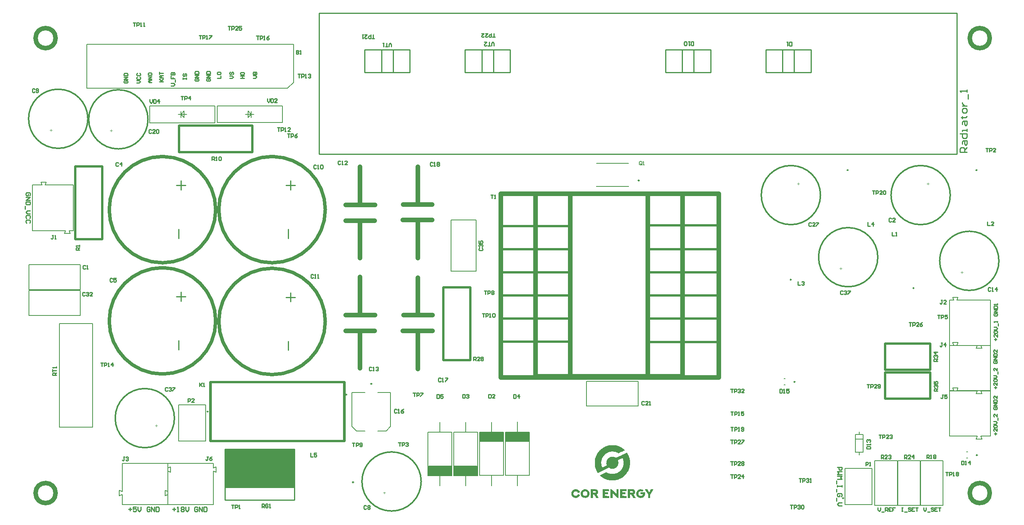
<source format=gbr>
%TF.GenerationSoftware,Altium Limited,Altium Designer,24.3.1 (35)*%
G04 Layer_Color=65535*
%FSLAX43Y43*%
%MOMM*%
%TF.SameCoordinates,76E1361F-AA3B-45A8-A24B-41510BF92E79*%
%TF.FilePolarity,Positive*%
%TF.FileFunction,Legend,Top*%
%TF.Part,Single*%
G01*
G75*
%TA.AperFunction,NonConductor*%
%ADD93C,0.250*%
%ADD94C,0.200*%
%ADD95C,0.254*%
%ADD96C,1.000*%
%ADD131C,0.300*%
%ADD132C,0.762*%
%ADD133C,0.100*%
%ADD134C,0.508*%
%ADD135C,0.500*%
%ADD136R,5.334X2.032*%
%ADD137R,15.240X8.382*%
G36*
X129839Y15524D02*
X129869D01*
X129974Y15509D01*
X130049D01*
X130109Y15494D01*
X130139D01*
X130229Y15479D01*
X130304Y15464D01*
X130364Y15449D01*
X130379Y15434D01*
X130469Y15419D01*
X130544Y15389D01*
X130604Y15374D01*
X130619D01*
X130694Y15344D01*
X130754Y15314D01*
X130799Y15299D01*
X130814Y15284D01*
X130889Y15254D01*
X130949Y15239D01*
X130979Y15224D01*
X130994Y15209D01*
X131084Y15164D01*
X131159Y15134D01*
X131204Y15104D01*
X131219Y15089D01*
X131294Y15059D01*
X131369Y15014D01*
X131414Y14999D01*
X131429Y14984D01*
X131534Y14909D01*
X131579Y14879D01*
X131594Y14864D01*
X131669Y14819D01*
X131729Y14774D01*
X131774Y14744D01*
X131789Y14729D01*
X131879Y14654D01*
X131909Y14639D01*
X131924Y14624D01*
X132014Y14549D01*
X132044Y14519D01*
X132059Y14504D01*
X132149Y14399D01*
X132014Y14354D01*
X131984D01*
X131969Y14339D01*
X131954Y14324D01*
X131939Y14309D01*
X131879Y14294D01*
X131864Y14279D01*
X131849D01*
X131789Y14249D01*
X131774Y14234D01*
X131759Y14219D01*
X131684Y14189D01*
X131654Y14174D01*
X131639D01*
X131579Y14144D01*
X131564Y14129D01*
X131549D01*
X131459Y14084D01*
X131429Y14069D01*
X131414D01*
X131339Y14039D01*
X131309Y14024D01*
X131294D01*
X130724Y13754D01*
X130469Y13874D01*
X130379Y13919D01*
X130349Y13934D01*
X130334D01*
X130259Y13979D01*
X130229Y13994D01*
X130214D01*
X130124Y14009D01*
X130094Y14024D01*
X130079D01*
X129989Y14054D01*
X129959Y14069D01*
X129944D01*
X129869Y14084D01*
X129824D01*
X129734Y14099D01*
X129689D01*
X129584Y14114D01*
X129089D01*
X129014Y14099D01*
X128984Y14084D01*
X128879D01*
X128849Y14069D01*
X128834D01*
X128759Y14054D01*
X128744Y14039D01*
X128729D01*
X128654Y14009D01*
X128624Y13994D01*
X128609D01*
X128504Y13964D01*
X128474Y13949D01*
X128459D01*
X128369Y13904D01*
X128339Y13889D01*
X128324D01*
X128234Y13829D01*
X128159Y13784D01*
X128099Y13754D01*
X128084Y13739D01*
X127994Y13694D01*
X127934Y13649D01*
X127874Y13604D01*
X127859Y13589D01*
X127784Y13514D01*
X127709Y13454D01*
X127664Y13409D01*
X127649Y13394D01*
X127589Y13319D01*
X127529Y13259D01*
X127484Y13214D01*
X127469Y13199D01*
X127409Y13124D01*
X127349Y13049D01*
X127319Y12989D01*
X127304Y12974D01*
X127259Y12899D01*
X127214Y12824D01*
X127184Y12764D01*
X127169Y12749D01*
X127139Y12659D01*
X127109Y12584D01*
X127094Y12524D01*
X127079Y12494D01*
X127049Y12389D01*
X127019Y12314D01*
X127004Y12254D01*
X126989Y12224D01*
X126974Y12119D01*
X126959Y12089D01*
Y12074D01*
Y11984D01*
X126944Y11954D01*
Y11939D01*
Y11864D01*
Y11804D01*
Y11759D01*
Y11744D01*
Y11684D01*
Y11624D01*
Y11579D01*
Y11564D01*
X126959Y11444D01*
Y11399D01*
Y11384D01*
Y11324D01*
X126974Y11264D01*
Y11219D01*
Y11204D01*
X126989Y11099D01*
X127004Y11069D01*
Y11054D01*
X127034Y10964D01*
X127049Y10934D01*
Y10919D01*
Y10874D01*
Y10859D01*
X127064Y10829D01*
X127079Y10814D01*
Y10784D01*
Y10769D01*
X127109Y10739D01*
X127124Y10724D01*
Y10709D01*
Y10694D01*
X127139Y10664D01*
Y10649D01*
X127154D01*
X127169Y10634D01*
X127184D01*
X127259Y10679D01*
X127334Y10709D01*
X127379Y10739D01*
X127394D01*
X127484Y10784D01*
X127559Y10814D01*
X127604Y10829D01*
X127619D01*
X127709Y10874D01*
X127769Y10904D01*
X127814Y10934D01*
X127829D01*
X127904Y10964D01*
X127964Y10994D01*
X128009Y11024D01*
X128024D01*
X128069Y11039D01*
X128084D01*
X128129Y11069D01*
X128159Y11099D01*
Y11114D01*
Y11129D01*
Y11144D01*
Y11159D01*
X128129Y11189D01*
Y11204D01*
Y11219D01*
Y11234D01*
X128114Y11249D01*
Y11264D01*
Y11294D01*
X128099Y11309D01*
X128084Y11399D01*
X128069Y11474D01*
X128054Y11519D01*
Y11534D01*
Y11624D01*
X128069Y11699D01*
Y11744D01*
Y11759D01*
Y11849D01*
X128084Y11924D01*
X128099Y11984D01*
Y11999D01*
X128129Y12089D01*
X128144Y12164D01*
X128174Y12209D01*
Y12224D01*
X128219Y12299D01*
X128249Y12359D01*
X128279Y12404D01*
X128294Y12419D01*
X128354Y12494D01*
X128384Y12554D01*
X128414Y12599D01*
X128429Y12614D01*
X128489Y12674D01*
X128549Y12704D01*
X128594Y12734D01*
X128609Y12749D01*
X128684Y12794D01*
X128759Y12839D01*
X128804Y12854D01*
X128819Y12869D01*
X128864Y12884D01*
X128879Y12899D01*
X128924Y12929D01*
X128939D01*
X128984Y12944D01*
X128999D01*
X129029Y12959D01*
X129119D01*
X129164Y12974D01*
X129629D01*
X129644Y12959D01*
X129764D01*
X129779Y12944D01*
X129809D01*
X129824Y12929D01*
X129869Y12914D01*
X129884Y12899D01*
X129944Y12884D01*
X129959Y12869D01*
X130199Y12764D01*
X131384Y13334D01*
X131519Y13394D01*
X131639Y13439D01*
X131729Y13484D01*
X131744Y13499D01*
X131759D01*
X131909Y13574D01*
X132029Y13634D01*
X132119Y13679D01*
X132134Y13694D01*
X132149D01*
X132239Y13724D01*
X132269Y13739D01*
X132284D01*
X132374Y13784D01*
X132404Y13799D01*
X132419D01*
X132479Y13814D01*
X132494Y13829D01*
X132539Y13859D01*
X132584D01*
X132599Y13844D01*
X132614Y13829D01*
X132629Y13814D01*
X132644D01*
Y13799D01*
X132659Y13784D01*
X132674Y13739D01*
X132689Y13724D01*
X132704Y13679D01*
X132719Y13664D01*
X132749Y13604D01*
X132764Y13589D01*
X132779Y13559D01*
X132794Y13544D01*
X132809Y13484D01*
X132824Y13469D01*
Y13454D01*
X132854Y13394D01*
X132869Y13379D01*
X132974Y13124D01*
X133034Y13004D01*
X133064Y12899D01*
X133094Y12809D01*
X133124Y12734D01*
X133139Y12689D01*
Y12674D01*
X133199Y12404D01*
X133229Y12284D01*
X133244Y12164D01*
X133259Y12074D01*
X133274Y11984D01*
Y11939D01*
Y11924D01*
Y11654D01*
Y11519D01*
X133259Y11414D01*
Y11309D01*
X133244Y11234D01*
Y11189D01*
Y11174D01*
X133199Y10904D01*
X133169Y10769D01*
X133139Y10664D01*
X133124Y10559D01*
X133094Y10484D01*
X133079Y10439D01*
Y10424D01*
X132974Y10169D01*
X132929Y10049D01*
X132884Y9944D01*
X132839Y9854D01*
X132794Y9779D01*
X132779Y9734D01*
X132764Y9719D01*
X132614Y9479D01*
X132539Y9374D01*
X132464Y9284D01*
X132404Y9209D01*
X132359Y9149D01*
X132329Y9119D01*
X132314Y9104D01*
X132119Y8894D01*
X131939Y8729D01*
X131864Y8669D01*
X131804Y8624D01*
X131774Y8594D01*
X131759Y8579D01*
X131534Y8414D01*
X131324Y8294D01*
X131234Y8249D01*
X131174Y8204D01*
X131129Y8189D01*
X131114Y8174D01*
X131024Y8144D01*
X130964Y8114D01*
X130904Y8099D01*
X130889Y8084D01*
X130814Y8054D01*
X130739Y8009D01*
X130679Y7994D01*
X130664Y7979D01*
X130589Y7964D01*
X130529Y7934D01*
X130484Y7919D01*
X130469D01*
X130394Y7904D01*
X130319Y7874D01*
X130274Y7859D01*
X130259D01*
X130184Y7844D01*
X130109D01*
X130064Y7829D01*
X130049D01*
X129974Y7814D01*
X129839D01*
X129749Y7799D01*
X129674Y7784D01*
X129029D01*
X128954Y7799D01*
X128894Y7814D01*
X128879D01*
X128804Y7829D01*
X128669D01*
X128594Y7844D01*
X128534Y7859D01*
X128489Y7874D01*
X128474D01*
X128399Y7889D01*
X128339Y7904D01*
X128294Y7919D01*
X128279D01*
X128204Y7949D01*
X128144Y7964D01*
X128099Y7994D01*
X128084D01*
X128009Y8024D01*
X127934Y8054D01*
X127889Y8084D01*
X127874D01*
X127799Y8114D01*
X127724Y8144D01*
X127679Y8174D01*
X127664D01*
X127604Y8219D01*
X127544Y8249D01*
X127514Y8264D01*
X127499D01*
X127409Y8324D01*
X127379Y8339D01*
X127364Y8354D01*
X127304Y8384D01*
X127244Y8429D01*
X127199Y8444D01*
X127184Y8459D01*
X127124Y8504D01*
X127064Y8549D01*
X127019Y8564D01*
X127004Y8579D01*
X126899Y8669D01*
X126854Y8684D01*
X126839Y8699D01*
X126734Y8789D01*
X126689Y8819D01*
X126674Y8834D01*
X126659Y8849D01*
X126644Y8864D01*
Y8879D01*
Y8894D01*
Y8909D01*
X126704Y8954D01*
X126734Y8969D01*
X126824Y8999D01*
X126839Y9014D01*
X126854D01*
X126914Y9059D01*
X126944Y9074D01*
X127034Y9104D01*
X127064Y9119D01*
X127079D01*
X127169Y9179D01*
X127184Y9194D01*
X127199D01*
X127304Y9254D01*
X127334Y9269D01*
X127349D01*
X128054Y9584D01*
X128219Y9494D01*
X128279Y9464D01*
X128339Y9434D01*
X128384Y9419D01*
X128399Y9404D01*
X128474Y9374D01*
X128549Y9359D01*
X128594Y9344D01*
X128609D01*
X128684Y9314D01*
X128759Y9284D01*
X128804Y9269D01*
X128819D01*
X128909Y9254D01*
X128984D01*
X129029Y9239D01*
X129044D01*
X129119Y9224D01*
X129194Y9209D01*
X129569D01*
X129644Y9224D01*
X129704D01*
X129779Y9239D01*
X129854Y9254D01*
X129899Y9269D01*
X129914D01*
X130049Y9299D01*
X130154Y9329D01*
X130214Y9344D01*
X130244Y9359D01*
X130364Y9404D01*
X130454Y9449D01*
X130514Y9479D01*
X130544Y9494D01*
X130664Y9569D01*
X130754Y9629D01*
X130814Y9674D01*
X130844Y9689D01*
X130949Y9764D01*
X131024Y9839D01*
X131084Y9899D01*
X131114Y9914D01*
X131204Y10004D01*
X131279Y10094D01*
X131324Y10154D01*
X131339Y10169D01*
X131414Y10274D01*
X131474Y10364D01*
X131519Y10439D01*
X131534Y10469D01*
X131594Y10574D01*
X131639Y10664D01*
X131669Y10739D01*
X131684Y10769D01*
X131729Y10889D01*
X131759Y10994D01*
X131774Y11069D01*
Y11099D01*
X131789Y11159D01*
Y11219D01*
X131804Y11264D01*
Y11279D01*
X131819Y11339D01*
X131834Y11399D01*
Y11444D01*
Y11459D01*
Y11549D01*
Y11624D01*
Y11684D01*
Y11699D01*
Y11789D01*
X131819Y11864D01*
X131804Y11924D01*
Y11939D01*
Y12014D01*
Y12089D01*
X131789Y12134D01*
Y12149D01*
X131774Y12239D01*
X131759Y12314D01*
X131744Y12359D01*
Y12374D01*
X131714Y12464D01*
X131699Y12494D01*
Y12509D01*
X131654Y12599D01*
X131639Y12614D01*
Y12629D01*
X131624Y12644D01*
X131609D01*
X131594Y12659D01*
X131534D01*
X131474Y12644D01*
X131459Y12629D01*
X131429D01*
X131414Y12614D01*
X131399D01*
X131309Y12569D01*
X131264Y12554D01*
X131249D01*
X131159Y12509D01*
X131129Y12494D01*
X131114Y12479D01*
X131039Y12449D01*
X131024Y12434D01*
X131009D01*
X130949Y12404D01*
X130934Y12389D01*
X130874Y12359D01*
X130844Y12344D01*
X130799Y12329D01*
X130784Y12314D01*
X130769D01*
X130724Y12284D01*
X130709Y12269D01*
X130694D01*
X130649Y12254D01*
X130634Y12239D01*
X130619D01*
Y12209D01*
Y12194D01*
X130634Y12179D01*
Y12164D01*
Y12149D01*
X130649Y12134D01*
Y12119D01*
Y12089D01*
Y12074D01*
X130664Y12059D01*
Y12044D01*
X130679Y11984D01*
Y11924D01*
X130694Y11879D01*
Y11864D01*
X130709Y11804D01*
X130724Y11744D01*
Y11714D01*
Y11699D01*
Y11639D01*
X130709Y11579D01*
X130694Y11534D01*
Y11519D01*
X130679Y11444D01*
Y11384D01*
X130664Y11339D01*
Y11324D01*
X130634Y11264D01*
X130619Y11204D01*
X130604Y11159D01*
X130589Y11144D01*
X130574Y11084D01*
X130544Y11039D01*
X130529Y11009D01*
Y10994D01*
X130484Y10934D01*
X130454Y10874D01*
X130424Y10844D01*
X130409Y10829D01*
X130334Y10739D01*
X130319Y10724D01*
X130304Y10709D01*
X130229Y10634D01*
X130199Y10619D01*
X130184Y10604D01*
X130124Y10559D01*
X130109Y10544D01*
X130094Y10529D01*
X130019Y10484D01*
X129989Y10469D01*
X129974D01*
X129899Y10439D01*
X129884Y10424D01*
X129869D01*
X129794Y10409D01*
X129779Y10394D01*
X129764D01*
X129689Y10379D01*
X129659Y10364D01*
X129554D01*
X129524Y10349D01*
X129509D01*
X129434Y10334D01*
X129194D01*
X129164Y10349D01*
X129134D01*
X129104Y10364D01*
X129014D01*
X128999Y10379D01*
X128984Y10394D01*
X128924Y10409D01*
X128909Y10424D01*
X128864Y10454D01*
X128849Y10469D01*
X128834D01*
X128594Y10574D01*
X126209Y9449D01*
X126119Y9524D01*
X126060Y9599D01*
X126045Y9629D01*
X126015Y9719D01*
X126000Y9734D01*
Y9749D01*
X125940Y9854D01*
X125925Y9884D01*
X125910Y9899D01*
X125895Y9959D01*
X125865Y10019D01*
X125850Y10064D01*
Y10079D01*
X125790Y10184D01*
X125775Y10214D01*
Y10229D01*
X125760Y10289D01*
X125730Y10349D01*
X125715Y10394D01*
Y10409D01*
X125670Y10514D01*
X125655Y10544D01*
Y10559D01*
X125625Y10664D01*
X125610Y10694D01*
Y10709D01*
X125595Y10784D01*
X125580Y10799D01*
Y10814D01*
X125565Y10904D01*
X125550Y10919D01*
Y10934D01*
Y10994D01*
X125535Y11009D01*
Y11084D01*
Y11099D01*
Y11114D01*
X125520Y11174D01*
Y11204D01*
Y11294D01*
Y11309D01*
Y11324D01*
Y11384D01*
Y11444D01*
Y11489D01*
Y11504D01*
Y11564D01*
Y11624D01*
Y11654D01*
Y11669D01*
Y11729D01*
Y11789D01*
Y11819D01*
Y11834D01*
Y11894D01*
Y11954D01*
Y11999D01*
Y12014D01*
Y12074D01*
Y12104D01*
X125535Y12194D01*
Y12209D01*
Y12224D01*
Y12284D01*
Y12314D01*
X125550Y12374D01*
Y12389D01*
X125565Y12479D01*
X125580Y12494D01*
Y12509D01*
X125595Y12599D01*
X125610Y12614D01*
Y12629D01*
X125640Y12719D01*
X125655Y12794D01*
X125685Y12854D01*
Y12869D01*
X125715Y12974D01*
X125745Y13064D01*
X125775Y13124D01*
Y13154D01*
X125820Y13244D01*
X125865Y13319D01*
X125880Y13379D01*
X125895Y13394D01*
X125940Y13484D01*
X125985Y13559D01*
X126015Y13604D01*
X126030Y13619D01*
X126090Y13709D01*
X126134Y13784D01*
X126164Y13844D01*
X126179Y13859D01*
X126239Y13949D01*
X126284Y14024D01*
X126329Y14069D01*
X126344Y14084D01*
X126404Y14159D01*
X126464Y14234D01*
X126509Y14279D01*
X126524Y14294D01*
X126599Y14369D01*
X126674Y14444D01*
X126719Y14489D01*
X126734Y14504D01*
X126809Y14564D01*
X126869Y14624D01*
X126914Y14654D01*
X126929Y14669D01*
X127004Y14729D01*
X127079Y14774D01*
X127124Y14819D01*
X127139Y14834D01*
X127229Y14894D01*
X127304Y14924D01*
X127349Y14954D01*
X127364Y14969D01*
X127439Y15029D01*
X127514Y15074D01*
X127574Y15104D01*
X127589Y15119D01*
X127664Y15164D01*
X127739Y15194D01*
X127799Y15224D01*
X127814D01*
X127904Y15269D01*
X127994Y15299D01*
X128054Y15329D01*
X128069D01*
X128159Y15359D01*
X128234Y15389D01*
X128294Y15404D01*
X128309D01*
X128399Y15434D01*
X128489Y15464D01*
X128549Y15479D01*
X128579D01*
X128669Y15494D01*
X128744Y15509D01*
X128789Y15524D01*
X128804D01*
X128894Y15539D01*
X129779D01*
X129839Y15524D01*
D02*
G37*
G36*
X135689Y5820D02*
X135749D01*
X135779Y5805D01*
X135839D01*
X135854Y5790D01*
X135914Y5775D01*
X135944Y5760D01*
X136004Y5745D01*
X136034Y5730D01*
X136199Y5640D01*
X136124Y5520D01*
X136094Y5505D01*
X136079Y5490D01*
X136064Y5475D01*
Y5460D01*
X136049Y5445D01*
Y5430D01*
X136034Y5415D01*
Y5400D01*
X136019Y5385D01*
X136004D01*
X135989Y5370D01*
Y5355D01*
X135974D01*
Y5325D01*
X135959D01*
Y5310D01*
X135884D01*
Y5325D01*
X135869D01*
X135839Y5340D01*
X135824D01*
X135794Y5355D01*
X135779Y5370D01*
X135734D01*
X135704Y5385D01*
X135689Y5400D01*
X135509D01*
X135494Y5385D01*
X135464D01*
X135374Y5355D01*
X135344Y5340D01*
X135329Y5325D01*
X135254Y5250D01*
X135239Y5235D01*
X135224Y5220D01*
X135164Y5145D01*
X135149Y5115D01*
Y5100D01*
X135119Y5010D01*
X135104Y4980D01*
Y4965D01*
Y4860D01*
Y4830D01*
Y4815D01*
X135119Y4725D01*
X135134Y4695D01*
Y4680D01*
X135179Y4590D01*
X135209Y4560D01*
Y4545D01*
X135284Y4485D01*
X135299Y4470D01*
X135314Y4455D01*
X135329Y4440D01*
X135344Y4425D01*
X135374Y4410D01*
X135389D01*
X135419Y4395D01*
X135434D01*
X135449Y4380D01*
X135704D01*
X135764Y4395D01*
X135779D01*
X135809Y4410D01*
X135824Y4425D01*
X135869Y4440D01*
X135884Y4455D01*
X135899Y4470D01*
X135914Y4485D01*
X135944Y4500D01*
X135959Y4515D01*
X135989Y4560D01*
X136004Y4575D01*
X136034Y4620D01*
X136049Y4650D01*
X136094Y4755D01*
X135539D01*
Y5190D01*
X136454D01*
X136469Y5175D01*
X136499D01*
X136514Y5160D01*
X136544Y5145D01*
Y5130D01*
X136559Y5115D01*
Y5100D01*
X136574Y4995D01*
Y4950D01*
Y4935D01*
Y4830D01*
Y4800D01*
Y4785D01*
X136559Y4725D01*
X136544Y4665D01*
X136529Y4620D01*
Y4605D01*
X136514Y4545D01*
X136484Y4485D01*
X136469Y4455D01*
Y4440D01*
X136394Y4335D01*
X136364Y4305D01*
X136349Y4290D01*
X136274Y4215D01*
X136259Y4185D01*
X136244Y4170D01*
X136199Y4125D01*
X136154Y4095D01*
X136124Y4065D01*
X136109D01*
X136019Y4020D01*
X135974Y4005D01*
X135959Y3990D01*
X135869Y3975D01*
X135794Y3960D01*
X135734Y3945D01*
X135449D01*
X135359Y3960D01*
X135284Y3975D01*
X135224Y4005D01*
X135209D01*
X135134Y4050D01*
X135059Y4080D01*
X135014Y4110D01*
X134999Y4125D01*
X134939Y4170D01*
X134879Y4230D01*
X134834Y4260D01*
X134819Y4275D01*
X134774Y4350D01*
X134729Y4425D01*
X134714Y4470D01*
X134699Y4485D01*
X134669Y4575D01*
X134639Y4650D01*
X134624Y4710D01*
Y4725D01*
Y4815D01*
Y4905D01*
Y4965D01*
Y4980D01*
X134639Y5085D01*
Y5115D01*
Y5130D01*
X134669Y5235D01*
X134699Y5265D01*
Y5280D01*
X134744Y5370D01*
X134759Y5400D01*
Y5415D01*
X134819Y5490D01*
X134849Y5520D01*
X134924Y5595D01*
X134954Y5625D01*
X135044Y5685D01*
X135059Y5700D01*
X135074D01*
X135164Y5760D01*
X135194Y5775D01*
X135209D01*
X135314Y5805D01*
X135359Y5820D01*
X135449D01*
X135494Y5835D01*
X135659D01*
X135689Y5820D01*
D02*
G37*
G36*
X138328Y5850D02*
X138343Y5835D01*
X138373D01*
Y5820D01*
Y5805D01*
Y5790D01*
X138328Y5730D01*
X138313Y5715D01*
Y5700D01*
X138283Y5655D01*
X138268Y5640D01*
X138253Y5625D01*
X138223Y5565D01*
X138208Y5550D01*
Y5535D01*
X138178Y5460D01*
X138163Y5445D01*
X138148Y5430D01*
X138103Y5355D01*
X138088Y5340D01*
Y5325D01*
X138058Y5250D01*
X138043Y5220D01*
X138028Y5205D01*
X137699Y4620D01*
Y3945D01*
X137204D01*
Y4650D01*
X136874Y5220D01*
X136829Y5310D01*
X136814Y5325D01*
Y5340D01*
X136769Y5430D01*
X136754Y5445D01*
Y5460D01*
X136694Y5520D01*
X136679Y5550D01*
X136664Y5610D01*
X136649Y5640D01*
X136604Y5700D01*
X136589Y5730D01*
X136559Y5790D01*
X136544Y5820D01*
Y5835D01*
X136559D01*
X136574Y5865D01*
X136814D01*
X137084Y5835D01*
X137264Y5490D01*
X137309Y5400D01*
X137339Y5370D01*
Y5355D01*
X137399Y5265D01*
X137414Y5235D01*
Y5220D01*
X137429Y5205D01*
X137504D01*
X137519Y5235D01*
Y5250D01*
X137594Y5355D01*
X137624Y5385D01*
Y5400D01*
X137654Y5460D01*
X137684Y5520D01*
X137699Y5565D01*
Y5580D01*
X137863Y5865D01*
X138313D01*
X138328Y5850D01*
D02*
G37*
G36*
X121395Y5835D02*
X121515D01*
X121545Y5820D01*
X121560D01*
X121665Y5790D01*
X121695Y5775D01*
X121710D01*
X121800Y5730D01*
X121815Y5715D01*
X121830D01*
X121920Y5670D01*
X121935Y5655D01*
X121950Y5640D01*
X122025Y5580D01*
X122040Y5565D01*
X122055Y5550D01*
X122130Y5490D01*
X122145Y5475D01*
Y5460D01*
X122160Y5415D01*
Y5400D01*
X122175Y5385D01*
Y5370D01*
X122190Y5355D01*
X122205Y5340D01*
X122220Y5325D01*
X122235Y5310D01*
Y5295D01*
Y5280D01*
X122250Y5265D01*
Y5250D01*
Y5235D01*
X122265Y5220D01*
Y5205D01*
X122250Y5190D01*
X122235D01*
X122220Y5175D01*
X122205D01*
X122190Y5160D01*
X122175D01*
X122160Y5145D01*
X122145Y5130D01*
X122130Y5115D01*
X122100D01*
X122085Y5100D01*
X122055D01*
X122040Y5085D01*
X121830Y5010D01*
X121770Y5130D01*
X121755Y5175D01*
X121740Y5190D01*
X121710Y5235D01*
X121695Y5265D01*
X121680D01*
X121650Y5280D01*
X121635Y5295D01*
X121620Y5310D01*
X121605Y5325D01*
X121545Y5355D01*
X121530D01*
X121500Y5370D01*
X121485Y5385D01*
X121395D01*
X121350Y5400D01*
X121290D01*
X121275Y5385D01*
X121200D01*
X121140Y5370D01*
X121125Y5355D01*
X121095Y5340D01*
X121080Y5325D01*
X121065D01*
X121035Y5310D01*
X121020Y5295D01*
X121005Y5280D01*
X120990Y5265D01*
X120960Y5205D01*
X120945Y5190D01*
X120930Y5160D01*
X120915Y5145D01*
Y5130D01*
X120870Y5055D01*
X120855Y5025D01*
Y5010D01*
X120840Y4920D01*
Y4890D01*
Y4875D01*
X120855Y4785D01*
Y4755D01*
Y4740D01*
X120885Y4665D01*
X120915Y4635D01*
Y4620D01*
X120960Y4545D01*
X120990Y4530D01*
Y4515D01*
X121065Y4470D01*
X121080Y4455D01*
X121095D01*
X121170Y4410D01*
X121185Y4395D01*
X121200D01*
X121290Y4380D01*
X121485D01*
X121515Y4395D01*
X121530D01*
X121545Y4410D01*
Y4425D01*
X121560Y4440D01*
X121575D01*
X121605Y4455D01*
X121620Y4470D01*
X121650Y4500D01*
X121665Y4515D01*
X121680Y4545D01*
X121695D01*
X121710Y4560D01*
X121725Y4575D01*
X121740Y4590D01*
X121755Y4605D01*
X121770Y4620D01*
Y4650D01*
X121800Y4665D01*
X121815Y4680D01*
X121830Y4695D01*
Y4710D01*
X121845Y4740D01*
X121935D01*
X121950Y4725D01*
X122025Y4710D01*
X122040Y4695D01*
X122055D01*
X122100Y4680D01*
X122130Y4665D01*
X122190Y4635D01*
X122220Y4620D01*
X122235D01*
X122250Y4605D01*
X122265Y4590D01*
Y4575D01*
Y4530D01*
X122250Y4515D01*
Y4500D01*
X122235Y4455D01*
X122220Y4440D01*
X122175Y4380D01*
X122160Y4365D01*
X122115Y4305D01*
X122100Y4290D01*
X122085Y4275D01*
X122040Y4230D01*
X122025Y4215D01*
X122010Y4200D01*
X121965Y4155D01*
X121950Y4140D01*
X121935D01*
X121875Y4080D01*
X121860Y4065D01*
X121845D01*
X121785Y4050D01*
X121770Y4035D01*
X121755D01*
X121680Y3990D01*
X121650Y3975D01*
X121635D01*
X121560Y3960D01*
X121530Y3945D01*
X121410D01*
X121380Y3930D01*
X121365D01*
X121275Y3945D01*
X121230D01*
X121140Y3960D01*
X121095D01*
X121005Y3990D01*
X120975Y4005D01*
X120960D01*
X120885Y4050D01*
X120855Y4065D01*
X120840D01*
X120765Y4110D01*
X120750Y4140D01*
X120735D01*
X120675Y4185D01*
X120630Y4215D01*
X120600Y4245D01*
X120585Y4260D01*
X120540Y4320D01*
X120525Y4365D01*
X120495Y4395D01*
Y4410D01*
X120450Y4470D01*
X120435Y4530D01*
X120405Y4575D01*
Y4590D01*
X120390Y4665D01*
Y4725D01*
X120375Y4770D01*
Y4785D01*
Y4860D01*
Y4920D01*
Y4965D01*
Y4980D01*
X120390Y5055D01*
X120405Y5115D01*
X120420Y5160D01*
Y5175D01*
X120435Y5250D01*
X120450Y5310D01*
X120480Y5340D01*
Y5355D01*
X120570Y5460D01*
X120585Y5505D01*
X120600Y5520D01*
X120645Y5550D01*
X120660Y5565D01*
X120705Y5625D01*
X120720Y5640D01*
X120765Y5670D01*
X120780Y5685D01*
X120825Y5700D01*
X120840Y5715D01*
X120870Y5730D01*
X120885Y5745D01*
X120945Y5775D01*
X120960Y5790D01*
X121020Y5805D01*
X121050D01*
X121110Y5820D01*
X121125D01*
X121215Y5835D01*
X121245Y5850D01*
X121365D01*
X121395Y5835D01*
D02*
G37*
G36*
X130739Y5835D02*
X130754Y3945D01*
X130544D01*
X130514Y3960D01*
X130499D01*
X130454Y3975D01*
X130439D01*
X130424Y3990D01*
X130409Y4005D01*
X130349Y4050D01*
X130334Y4065D01*
X130289Y4110D01*
X130274Y4140D01*
X130169Y4245D01*
X130124Y4275D01*
X130109Y4290D01*
X130049Y4350D01*
X130004Y4410D01*
X129974Y4455D01*
X129959Y4470D01*
X129479Y4980D01*
X129449Y3945D01*
X128984D01*
Y4905D01*
Y5865D01*
X129149D01*
X129179Y5850D01*
X129194Y5835D01*
X129209Y5820D01*
X129224Y5805D01*
X129269Y5790D01*
X129299Y5775D01*
X129344Y5715D01*
X129359Y5700D01*
X129419Y5655D01*
X129434Y5640D01*
Y5625D01*
X129494Y5580D01*
X129539Y5535D01*
X129569Y5490D01*
X129584Y5475D01*
X129689Y5370D01*
X129734Y5325D01*
X129749Y5310D01*
X130274Y4770D01*
Y5880D01*
X130739Y5835D01*
D02*
G37*
G36*
X133379Y5865D02*
X133664D01*
X133739Y5850D01*
X133784Y5835D01*
X133889D01*
X133904Y5820D01*
X133994D01*
X134024Y5805D01*
X134099Y5775D01*
X134114Y5760D01*
X134159Y5730D01*
X134189Y5715D01*
X134219Y5670D01*
X134234Y5655D01*
Y5640D01*
X134279Y5595D01*
X134309Y5580D01*
X134339Y5505D01*
X134354Y5490D01*
Y5475D01*
X134369Y5415D01*
Y5400D01*
Y5385D01*
X134399Y5295D01*
Y5265D01*
Y5250D01*
X134384Y5175D01*
X134369Y5145D01*
Y5130D01*
X134354Y5055D01*
X134339Y5040D01*
Y5025D01*
X134324Y4950D01*
X134309Y4935D01*
Y4920D01*
X134249Y4860D01*
X134234Y4845D01*
Y4830D01*
X134189Y4800D01*
X134174Y4785D01*
X134159D01*
X134144Y4770D01*
X134129D01*
X134114Y4755D01*
X134084D01*
Y4740D01*
X134054D01*
X134084Y4680D01*
X134099Y4665D01*
X134114Y4635D01*
X134129Y4620D01*
X134144Y4575D01*
X134159Y4560D01*
Y4545D01*
X134189Y4515D01*
X134204Y4500D01*
X134219Y4455D01*
X134234Y4440D01*
Y4425D01*
X134249Y4365D01*
X134264Y4350D01*
X134309Y4290D01*
X134324Y4275D01*
X134339Y4230D01*
X134354Y4215D01*
Y4200D01*
X134369Y4170D01*
X134384Y4155D01*
X134414Y4110D01*
X134429Y4095D01*
Y4080D01*
X134444Y4050D01*
X134459Y4035D01*
X134489Y3990D01*
X134504Y3975D01*
Y3960D01*
X134474Y3945D01*
X133979D01*
X133754Y4290D01*
X133709Y4380D01*
X133694Y4395D01*
X133679Y4410D01*
X133634Y4485D01*
X133619Y4515D01*
Y4545D01*
X133604Y4560D01*
X133589Y4590D01*
X133574Y4605D01*
X133544Y4620D01*
X133529Y4635D01*
X133514Y4650D01*
X133499D01*
X133469Y4665D01*
X133454D01*
X133424Y4680D01*
X133274D01*
Y3945D01*
X132794D01*
Y4905D01*
Y5880D01*
X133379Y5865D01*
D02*
G37*
G36*
X132479D02*
X132494Y5415D01*
X131564D01*
Y5205D01*
X132254Y5190D01*
Y4785D01*
X131564Y4755D01*
Y4380D01*
X132479Y4365D01*
X132494Y3945D01*
X131084D01*
Y4905D01*
Y5880D01*
X132479Y5865D01*
D02*
G37*
G36*
X128639D02*
X128684Y5430D01*
X127754D01*
Y5205D01*
X128459D01*
Y4770D01*
X127754D01*
Y4380D01*
X128669Y4365D01*
X128684Y3945D01*
X127274Y3945D01*
Y4905D01*
X127259D01*
Y5880D01*
X128639Y5865D01*
D02*
G37*
G36*
X125310Y5850D02*
X125385Y5835D01*
X125670D01*
X125760Y5820D01*
X125775Y5805D01*
X125880D01*
X125895Y5790D01*
X125910D01*
X125955Y5775D01*
X125970Y5760D01*
X126030Y5730D01*
X126045Y5715D01*
X126090Y5670D01*
X126104Y5655D01*
X126149Y5610D01*
X126164Y5595D01*
X126209Y5520D01*
X126224Y5490D01*
Y5475D01*
X126239Y5400D01*
X126254Y5385D01*
Y5370D01*
Y5280D01*
Y5250D01*
Y5235D01*
Y5160D01*
Y5130D01*
Y5115D01*
X126224Y5040D01*
X126209Y5025D01*
Y5010D01*
X126164Y4935D01*
X126149Y4920D01*
Y4905D01*
X126104Y4845D01*
X126090Y4830D01*
X126075Y4815D01*
X126030Y4770D01*
X126015Y4755D01*
X125970D01*
X125955Y4740D01*
Y4725D01*
Y4710D01*
Y4695D01*
Y4680D01*
X125970D01*
Y4665D01*
X125985Y4635D01*
Y4620D01*
X126015Y4575D01*
Y4560D01*
X126060Y4485D01*
X126075Y4455D01*
Y4440D01*
X126119Y4380D01*
X126134Y4365D01*
Y4350D01*
X126164Y4290D01*
X126179Y4275D01*
X126209Y4230D01*
X126224Y4215D01*
Y4200D01*
X126239Y4170D01*
X126254Y4155D01*
X126269Y4110D01*
X126284Y4095D01*
Y4080D01*
X126314Y4050D01*
X126329Y4035D01*
X126344Y3990D01*
X126359Y3975D01*
Y3960D01*
X126344D01*
X126329Y3945D01*
X125835D01*
X125625Y4305D01*
X125580Y4395D01*
X125565Y4410D01*
X125550Y4425D01*
X125505Y4515D01*
X125490Y4545D01*
Y4560D01*
X125460Y4575D01*
X125445Y4590D01*
X125430Y4605D01*
X125415Y4620D01*
X125400Y4650D01*
X125385D01*
X125370Y4665D01*
X125310D01*
X125280Y4680D01*
X125265D01*
X125130Y4665D01*
X125115Y3945D01*
X124635D01*
Y4890D01*
Y5865D01*
X125235D01*
X125310Y5850D01*
D02*
G37*
G36*
X123495Y5835D02*
X123525Y5820D01*
X123645D01*
X123675Y5805D01*
X123690D01*
X123780Y5775D01*
X123810Y5760D01*
X123825D01*
X123900Y5715D01*
X123930Y5700D01*
X124005Y5640D01*
X124035Y5625D01*
Y5610D01*
X124110Y5550D01*
X124140Y5535D01*
Y5520D01*
X124185Y5445D01*
X124230Y5385D01*
X124245Y5325D01*
X124260Y5310D01*
X124305Y5235D01*
X124335Y5160D01*
X124365Y5115D01*
Y5100D01*
Y5010D01*
Y4935D01*
Y4875D01*
Y4860D01*
Y4770D01*
X124350Y4695D01*
X124335Y4635D01*
X124320Y4620D01*
X124290Y4530D01*
X124260Y4470D01*
X124245Y4410D01*
X124230Y4395D01*
X124185Y4320D01*
X124140Y4260D01*
X124110Y4215D01*
X124095Y4200D01*
X124020Y4155D01*
X123960Y4110D01*
X123915Y4080D01*
X123900Y4065D01*
X123825Y4020D01*
X123765Y4005D01*
X123705Y3975D01*
X123690D01*
X123645Y3960D01*
X123630Y3945D01*
X123420D01*
X123345Y3960D01*
X123210D01*
X123135Y3975D01*
X123105D01*
X123060Y3990D01*
X123030D01*
X122970Y4020D01*
X122955Y4035D01*
X122865Y4080D01*
X122835Y4110D01*
X122820D01*
X122745Y4185D01*
X122715Y4215D01*
X122700Y4230D01*
X122625Y4305D01*
X122610Y4320D01*
X122595Y4335D01*
X122535Y4440D01*
X122520Y4470D01*
X122505Y4485D01*
X122475Y4590D01*
X122460Y4620D01*
Y4635D01*
X122445Y4740D01*
X122430Y4785D01*
Y4800D01*
Y4905D01*
Y4950D01*
Y4965D01*
Y5025D01*
X122445Y5070D01*
Y5100D01*
Y5115D01*
X122460Y5205D01*
X122475Y5235D01*
Y5250D01*
X122520Y5340D01*
X122535Y5355D01*
Y5370D01*
X122580Y5430D01*
X122610Y5460D01*
X122670Y5535D01*
X122685Y5565D01*
X122760Y5625D01*
X122790Y5640D01*
X122865Y5700D01*
X122895Y5715D01*
X122985Y5760D01*
X123000Y5775D01*
X123015D01*
X123105Y5805D01*
X123135Y5820D01*
X123150D01*
X123240Y5835D01*
X123270Y5850D01*
X123285D01*
X123375Y5865D01*
X123405D01*
X123495Y5835D01*
D02*
G37*
%LPC*%
G36*
X133724Y5415D02*
X133289D01*
Y5085D01*
X133589D01*
X133664Y5100D01*
X133754D01*
X133799Y5115D01*
X133814D01*
X133829Y5130D01*
X133844Y5145D01*
X133874Y5160D01*
X133889Y5175D01*
X133904Y5190D01*
Y5205D01*
Y5235D01*
Y5250D01*
Y5265D01*
Y5280D01*
Y5295D01*
X133889D01*
Y5310D01*
Y5325D01*
Y5340D01*
X133874D01*
Y5355D01*
Y5370D01*
X133844D01*
Y5385D01*
X133814D01*
X133799Y5400D01*
X133754D01*
X133724Y5415D01*
D02*
G37*
G36*
X125610Y5415D02*
X125115D01*
X125130Y5100D01*
X125355D01*
X125400Y5085D01*
X125520D01*
X125550Y5100D01*
X125610D01*
X125625Y5115D01*
X125655D01*
X125685Y5130D01*
X125700D01*
X125715Y5160D01*
X125730D01*
X125745Y5175D01*
X125760Y5190D01*
Y5205D01*
Y5220D01*
X125775Y5250D01*
Y5265D01*
Y5280D01*
Y5295D01*
Y5310D01*
X125760Y5325D01*
X125745Y5355D01*
X125730D01*
Y5370D01*
X125715Y5385D01*
X125685D01*
X125670Y5400D01*
X125625D01*
X125610Y5415D01*
D02*
G37*
G36*
X123525Y5400D02*
X123315D01*
X123255Y5385D01*
X123240Y5370D01*
X123225D01*
X123150Y5340D01*
X123135Y5325D01*
X123120D01*
X123075Y5280D01*
X123060Y5265D01*
X123045D01*
X123030Y5250D01*
X123000Y5220D01*
X122985Y5205D01*
Y5190D01*
X122970Y5160D01*
X122955Y5145D01*
Y5100D01*
X122940Y5085D01*
Y5040D01*
X122925Y5025D01*
Y5010D01*
X122910Y4950D01*
Y4935D01*
Y4920D01*
X122925Y4860D01*
Y4845D01*
Y4830D01*
X122940Y4785D01*
Y4770D01*
Y4755D01*
X122955Y4695D01*
Y4680D01*
X122970Y4635D01*
X122985Y4620D01*
Y4605D01*
X123015Y4560D01*
X123030Y4545D01*
Y4530D01*
X123090Y4485D01*
X123105Y4470D01*
X123165Y4440D01*
X123195Y4425D01*
X123270Y4395D01*
X123300D01*
X123375Y4380D01*
X123510D01*
X123585Y4395D01*
X123615Y4410D01*
X123675Y4455D01*
X123690Y4470D01*
X123765Y4515D01*
X123780Y4545D01*
X123810Y4620D01*
X123825Y4650D01*
Y4665D01*
X123855Y4695D01*
X123870Y4740D01*
Y4755D01*
Y4770D01*
X123885Y4860D01*
Y4890D01*
Y4905D01*
Y4995D01*
X123870Y5025D01*
Y5040D01*
Y5085D01*
X123855Y5130D01*
X123840Y5145D01*
X123825Y5160D01*
X123795Y5220D01*
X123780Y5250D01*
X123720Y5310D01*
X123705Y5325D01*
X123690D01*
X123645Y5355D01*
X123630Y5370D01*
X123615D01*
X123540Y5385D01*
X123525Y5400D01*
D02*
G37*
%LPD*%
D93*
X169462Y29450D02*
G03*
X169462Y29450I-125J0D01*
G01*
X209475Y13350D02*
G03*
X209475Y13350I-125J0D01*
G01*
X71100Y26650D02*
G03*
X71100Y26650I-125J0D01*
G01*
X209400Y76000D02*
G03*
X209400Y76000I-125J0D01*
G01*
X72599Y7400D02*
G03*
X72599Y7400I-125J0D01*
G01*
X181125Y76000D02*
G03*
X181125Y76000I-125J0D01*
G01*
X168625Y51925D02*
G03*
X168625Y51925I-125J0D01*
G01*
X195575Y50050D02*
G03*
X195575Y50050I-125J0D01*
G01*
X76600Y29025D02*
G03*
X76600Y29025I-125J0D01*
G01*
X40675Y22915D02*
G03*
X40675Y22915I-125J0D01*
G01*
X135275Y73705D02*
G03*
X135275Y73705I-125J0D01*
G01*
X180125Y3885D02*
G03*
X180125Y3885I-125J0D01*
G01*
D94*
X15325Y19525D02*
Y42225D01*
X8025D02*
X15325D01*
X8025Y19525D02*
X15325D01*
X8025D02*
Y42225D01*
X167062Y28800D02*
X167312D01*
X167062Y30150D02*
X167312D01*
X207075Y14050D02*
X207325D01*
X207075Y12700D02*
X207325D01*
X41375Y16550D02*
X70375D01*
X41375D02*
Y29250D01*
X70375D01*
Y16550D02*
Y29250D01*
X1325Y55174D02*
X12600D01*
Y49724D02*
Y55174D01*
X1325Y49724D02*
X12600D01*
X1325D02*
Y55174D01*
X1347Y49525D02*
X12622D01*
Y44075D02*
Y49525D01*
X1347Y44075D02*
X12622D01*
X1347D02*
Y49525D01*
X11550Y60800D02*
Y76825D01*
Y60800D02*
X17425D01*
X11550Y76825D02*
X17425D01*
Y60800D02*
Y76825D01*
X100350Y16325D02*
X105350D01*
X102850Y6625D02*
Y8875D01*
Y18375D02*
Y20625D01*
X100200Y18375D02*
X105500D01*
X100200Y8875D02*
Y18375D01*
Y8875D02*
X105500D01*
Y18375D01*
X106050Y16350D02*
X111050D01*
X108550Y6650D02*
Y8900D01*
Y18400D02*
Y20650D01*
X105900Y18400D02*
X111200D01*
X105900Y8900D02*
Y18400D01*
Y8900D02*
X111200D01*
Y18400D01*
X89036Y10900D02*
X94036D01*
X91536Y18350D02*
Y20600D01*
Y6600D02*
Y8850D01*
X88886D02*
X94186D01*
Y18350D01*
X88886D02*
X94186D01*
X88886Y8850D02*
Y18350D01*
X94686Y10900D02*
X99686D01*
X97186Y18350D02*
Y20600D01*
Y6600D02*
Y8850D01*
X94536D02*
X99836D01*
Y18350D01*
X94536D02*
X99836D01*
X94536Y8850D02*
Y18350D01*
X41850Y2500D02*
Y9850D01*
Y10550D02*
Y11500D01*
X31850D02*
X41850D01*
X31850Y2500D02*
X41850D01*
X31850D02*
Y4650D01*
Y5350D02*
Y11500D01*
X31250Y4400D02*
Y5600D01*
Y4400D02*
X31850Y4650D01*
X31250Y5600D02*
X31850Y5350D01*
X41850Y10550D02*
X42450Y10800D01*
Y9600D02*
Y10800D01*
X41850Y9850D02*
X42450Y9600D01*
X94000Y53750D02*
Y65025D01*
X99450D01*
Y53750D02*
Y65025D01*
X94000Y53750D02*
X99450D01*
X205000Y47450D02*
X212350D01*
X203350D02*
X204300D01*
X203350Y37450D02*
Y47450D01*
X212350Y37450D02*
Y47450D01*
X210200Y37450D02*
X212350D01*
X203350D02*
X209500D01*
X209250Y36850D02*
X210450D01*
X210200Y37450D02*
X210450Y36850D01*
X209250D02*
X209500Y37450D01*
X204050Y48050D02*
X204300Y47450D01*
X204050Y48050D02*
X205250D01*
X205000Y47450D02*
X205250Y48050D01*
X77875Y27125D02*
X80725D01*
X72225D02*
X75075D01*
X80725Y19625D02*
Y27125D01*
X79725Y18625D02*
X80725Y19625D01*
X77875Y18625D02*
X79725D01*
X73225D02*
X75075D01*
X72225Y19625D02*
X73225Y18625D01*
X72225Y19625D02*
Y27125D01*
X31800Y9850D02*
X32400Y9600D01*
Y10800D01*
X31800Y10550D02*
X32400Y10800D01*
X21200Y5600D02*
X21800Y5350D01*
X21200Y4400D02*
X21800Y4650D01*
X21200Y4400D02*
Y5600D01*
X21800Y5350D02*
Y11500D01*
Y2500D02*
Y4650D01*
Y2500D02*
X31800D01*
X21800Y11500D02*
X31800D01*
Y10550D02*
Y11500D01*
Y2500D02*
Y9850D01*
X14066Y93950D02*
Y103675D01*
X59391D01*
Y95225D02*
Y103675D01*
X58116Y93950D02*
X59391Y95225D01*
X14066Y93950D02*
X58116D01*
X92307Y34209D02*
Y50234D01*
Y34209D02*
X98182D01*
X92307Y50234D02*
X98182D01*
Y34209D02*
Y50234D01*
X9175Y62100D02*
X9425Y62700D01*
X9175Y62100D02*
X10375D01*
X10125Y62700D02*
X10375Y62100D01*
X4925Y72700D02*
X5175Y73300D01*
X3975D02*
X4225Y72700D01*
X3975Y73300D02*
X5175D01*
X4925Y72700D02*
X11075D01*
X2075D02*
X4225D01*
X2075Y62700D02*
Y72700D01*
X11075Y62700D02*
Y72700D01*
X10125Y62700D02*
X11075D01*
X2075D02*
X9425D01*
X34325Y79925D02*
X50350D01*
Y85800D01*
X34325Y79925D02*
Y85800D01*
X50350D01*
X135000Y24100D02*
Y29550D01*
X123725D02*
X135000D01*
X123725Y24100D02*
Y29550D01*
Y24100D02*
X135000D01*
X40125Y16395D02*
Y24355D01*
X34175D02*
X40125D01*
X34175Y16395D02*
Y24355D01*
Y16395D02*
X40125D01*
X42191Y86400D02*
Y90075D01*
X27841Y86400D02*
X42191D01*
X27841Y90075D02*
X42191D01*
X27841Y86400D02*
Y90075D01*
X34691Y88250D02*
X35398Y88957D01*
X34691Y88250D02*
X35398Y87543D01*
Y88957D01*
X34691Y88250D02*
Y88950D01*
Y88250D02*
X35991D01*
X34691Y87550D02*
Y88250D01*
X34091D02*
X34691D01*
X50141D02*
X50741D01*
X50141D02*
Y88950D01*
X48841Y88250D02*
X50141D01*
Y87550D02*
Y88250D01*
X49434Y87543D02*
Y88957D01*
X50141Y88250D01*
X49434Y87543D02*
X50141Y88250D01*
X56991Y86425D02*
Y90100D01*
X42641Y86425D02*
X56991D01*
X42641Y90100D02*
X56991D01*
X42641Y86425D02*
Y90100D01*
X132900Y72435D02*
Y72480D01*
Y77470D02*
Y77515D01*
X125900D02*
X132900D01*
X125900Y72435D02*
Y72480D01*
Y77470D02*
Y77515D01*
Y72435D02*
X132900D01*
X180425Y2445D02*
Y10405D01*
Y2445D02*
X186375D01*
Y10405D01*
X180425D02*
X186375D01*
X205000Y27500D02*
X205250Y28100D01*
X204050D02*
X205250D01*
X204050D02*
X204300Y27500D01*
X209250Y16900D02*
X209500Y17500D01*
X210200D02*
X210450Y16900D01*
X209250D02*
X210450D01*
X203350Y17500D02*
X209500D01*
X210200D02*
X212350D01*
Y27500D01*
X203350Y17500D02*
Y27500D01*
X204300D01*
X205000D02*
X212350D01*
X205000Y37475D02*
X205250Y38075D01*
X204050D02*
X205250D01*
X204050D02*
X204300Y37475D01*
X209250Y26875D02*
X209500Y27475D01*
X210200D02*
X210450Y26875D01*
X209250D02*
X210450D01*
X203350Y27475D02*
X209500D01*
X210200D02*
X212350D01*
Y37475D01*
X203350Y27475D02*
Y37475D01*
X204300D01*
X205000D02*
X212350D01*
X191992Y2310D02*
X196952D01*
X191992D02*
Y12090D01*
X196952D01*
Y2310D02*
Y12090D01*
X197007Y2310D02*
X201967D01*
X197007D02*
Y12090D01*
X201967D01*
Y2310D02*
Y12090D01*
X182795Y16900D02*
X184355D01*
X183575Y13400D02*
Y13975D01*
Y17875D02*
Y18450D01*
X182725Y17875D02*
X184425D01*
X182725Y13975D02*
Y17875D01*
Y13975D02*
X184425D01*
Y17875D01*
X186952Y2310D02*
X191912D01*
X186952D02*
Y12090D01*
X191912D01*
Y2310D02*
Y12090D01*
X135850Y77248D02*
Y77782D01*
X135717Y77915D01*
X135450D01*
X135317Y77782D01*
Y77248D01*
X135450Y77115D01*
X135717D01*
X135583Y77382D02*
X135850Y77115D01*
X135717D02*
X135850Y77248D01*
X136117Y77115D02*
X136383D01*
X136250D01*
Y77915D01*
X136117Y77782D01*
D95*
X163047Y102421D02*
X172953D01*
X163047Y97468D02*
X172953D01*
X163047D02*
Y102421D01*
X172953Y97468D02*
Y102421D01*
X166730Y97468D02*
Y102421D01*
X169270Y97595D02*
Y102421D01*
X141047D02*
X150953D01*
X141047Y97468D02*
X150953D01*
X141047D02*
Y102421D01*
X150953Y97468D02*
Y102421D01*
X144730Y97468D02*
Y102421D01*
X147270Y97595D02*
Y102421D01*
X97047D02*
X106953D01*
X97047Y97468D02*
X106953D01*
X97047D02*
Y102421D01*
X106953Y97468D02*
Y102421D01*
X100730Y97468D02*
Y102421D01*
X103270Y97595D02*
Y102421D01*
X75047D02*
X84953D01*
X75047Y97468D02*
X84953D01*
X75047D02*
Y102421D01*
X84953Y97468D02*
Y102421D01*
X78730Y97468D02*
Y102421D01*
X81270Y97595D02*
Y102421D01*
X205000Y79500D02*
Y110500D01*
X65000D02*
X205000D01*
X65000Y79500D02*
Y110500D01*
Y79500D02*
X205000D01*
X44380Y3505D02*
X59620D01*
X44380Y14681D02*
X59620D01*
Y3505D02*
Y14681D01*
X44380Y3505D02*
Y14681D01*
Y6299D02*
X59620D01*
X44380Y14681D02*
X59620D01*
Y6299D02*
Y14681D01*
X44380Y6299D02*
Y14681D01*
X69708Y77892D02*
X69575Y78025D01*
X69309D01*
X69175Y77892D01*
Y77358D01*
X69309Y77225D01*
X69575D01*
X69708Y77358D01*
X69975Y77225D02*
X70242D01*
X70108D01*
Y78025D01*
X69975Y77892D01*
X71175Y77225D02*
X70642D01*
X71175Y77758D01*
Y77892D01*
X71041Y78025D01*
X70775D01*
X70642Y77892D01*
X32879Y1479D02*
X33545D01*
X33212Y1812D02*
Y1146D01*
X33879Y979D02*
X34212D01*
X34045D01*
Y1979D01*
X33879Y1812D01*
X34712D02*
X34878Y1979D01*
X35212D01*
X35378Y1812D01*
Y1645D01*
X35212Y1479D01*
X35378Y1312D01*
Y1146D01*
X35212Y979D01*
X34878D01*
X34712Y1146D01*
Y1312D01*
X34878Y1479D01*
X34712Y1645D01*
Y1812D01*
X34878Y1479D02*
X35212D01*
X35711Y1979D02*
Y1312D01*
X36045Y979D01*
X36378Y1312D01*
Y1979D01*
X38377Y1812D02*
X38211Y1979D01*
X37877D01*
X37711Y1812D01*
Y1146D01*
X37877Y979D01*
X38211D01*
X38377Y1146D01*
Y1479D01*
X38044D01*
X38710Y979D02*
Y1979D01*
X39377Y979D01*
Y1979D01*
X39710D02*
Y979D01*
X40210D01*
X40377Y1146D01*
Y1812D01*
X40210Y1979D01*
X39710D01*
X1479Y70380D02*
X1645Y70546D01*
Y70879D01*
X1479Y71046D01*
X812D01*
X646Y70879D01*
Y70546D01*
X812Y70380D01*
X1145D01*
Y70713D01*
X646Y70046D02*
X1645D01*
X646Y69380D01*
X1645D01*
Y69047D02*
X646D01*
Y68547D01*
X812Y68380D01*
X1479D01*
X1645Y68547D01*
Y69047D01*
X479Y68047D02*
Y67381D01*
X1645Y67047D02*
X979D01*
X646Y66714D01*
X979Y66381D01*
X1645D01*
X1479Y65381D02*
X1645Y65548D01*
Y65881D01*
X1479Y66048D01*
X812D01*
X646Y65881D01*
Y65548D01*
X812Y65381D01*
X1479Y64381D02*
X1645Y64548D01*
Y64881D01*
X1479Y65048D01*
X812D01*
X646Y64881D01*
Y64548D01*
X812Y64381D01*
X58764Y73650D02*
Y71619D01*
X59779Y72634D02*
X57748D01*
X58256Y62982D02*
Y60951D01*
X213413Y27929D02*
Y28462D01*
X213146Y28196D02*
X213679D01*
X213813Y29262D02*
Y28729D01*
X213280Y29262D01*
X213146D01*
X213013Y29129D01*
Y28862D01*
X213146Y28729D01*
Y29528D02*
X213013Y29662D01*
Y29928D01*
X213146Y30062D01*
X213679D01*
X213813Y29928D01*
Y29662D01*
X213679Y29528D01*
X213146D01*
X213013Y30328D02*
X213546D01*
X213813Y30595D01*
X213546Y30861D01*
X213013D01*
X213946Y31128D02*
Y31661D01*
X213813Y32461D02*
Y31928D01*
X213280Y32461D01*
X213146D01*
X213013Y32328D01*
Y32061D01*
X213146Y31928D01*
Y34060D02*
X213013Y33927D01*
Y33660D01*
X213146Y33527D01*
X213679D01*
X213813Y33660D01*
Y33927D01*
X213679Y34060D01*
X213413D01*
Y33794D01*
X213813Y34327D02*
X213013D01*
X213813Y34860D01*
X213013D01*
Y35127D02*
X213813D01*
Y35527D01*
X213679Y35660D01*
X213146D01*
X213013Y35527D01*
Y35127D01*
X213813Y36460D02*
Y35926D01*
X213280Y36460D01*
X213146D01*
X213013Y36326D01*
Y36060D01*
X213146Y35926D01*
X34206Y38532D02*
Y36501D01*
X34714Y49200D02*
Y47169D01*
X35729Y48184D02*
X33698D01*
X213463Y38529D02*
Y39062D01*
X213196Y38796D02*
X213729D01*
X213863Y39862D02*
Y39329D01*
X213330Y39862D01*
X213196D01*
X213063Y39729D01*
Y39462D01*
X213196Y39329D01*
Y40129D02*
X213063Y40262D01*
Y40529D01*
X213196Y40662D01*
X213729D01*
X213863Y40529D01*
Y40262D01*
X213729Y40129D01*
X213196D01*
X213063Y40928D02*
X213596D01*
X213863Y41195D01*
X213596Y41462D01*
X213063D01*
X213996Y41728D02*
Y42261D01*
X213863Y42528D02*
Y42795D01*
Y42661D01*
X213063D01*
X213196Y42528D01*
Y44527D02*
X213063Y44394D01*
Y44127D01*
X213196Y43994D01*
X213729D01*
X213863Y44127D01*
Y44394D01*
X213729Y44527D01*
X213463D01*
Y44261D01*
X213863Y44794D02*
X213063D01*
X213863Y45327D01*
X213063D01*
Y45594D02*
X213863D01*
Y45994D01*
X213729Y46127D01*
X213196D01*
X213063Y45994D01*
Y45594D01*
X213863Y46393D02*
Y46660D01*
Y46527D01*
X213063D01*
X213196Y46393D01*
X34206Y62982D02*
Y60951D01*
X34714Y73650D02*
Y71619D01*
X35729Y72634D02*
X33698D01*
X58764Y49075D02*
Y47044D01*
X59779Y48059D02*
X57748D01*
X58256Y38407D02*
Y36376D01*
X50532Y96233D02*
X51065D01*
X51332Y96500D01*
X51065Y96766D01*
X50532D01*
Y97033D02*
X51332D01*
Y97433D01*
X51199Y97566D01*
X51065D01*
X50932Y97433D01*
Y97033D01*
Y97433D01*
X50799Y97566D01*
X50666D01*
X50532Y97433D01*
Y97033D01*
X47782Y96154D02*
X48582D01*
X48182D01*
Y96687D01*
X47782D01*
X48582D01*
X47782Y97354D02*
Y97087D01*
X47916Y96954D01*
X48449D01*
X48582Y97087D01*
Y97354D01*
X48449Y97487D01*
X47916D01*
X47782Y97354D01*
X45395Y96204D02*
X45928D01*
X46194Y96471D01*
X45928Y96737D01*
X45395D01*
X45528Y97537D02*
X45395Y97404D01*
Y97137D01*
X45528Y97004D01*
X45661D01*
X45795Y97137D01*
Y97404D01*
X45928Y97537D01*
X46061D01*
X46194Y97404D01*
Y97137D01*
X46061Y97004D01*
X42657Y96204D02*
X43457D01*
Y96737D01*
X42657Y97404D02*
Y97137D01*
X42791Y97004D01*
X43324D01*
X43457Y97137D01*
Y97404D01*
X43324Y97537D01*
X42791D01*
X42657Y97404D01*
X32549Y94529D02*
X33082D01*
X33349Y94796D01*
X33082Y95062D01*
X32549D01*
X33482Y95329D02*
Y95862D01*
X32549Y96662D02*
Y96128D01*
X32949D01*
Y96395D01*
Y96128D01*
X33349D01*
X32549Y96928D02*
X33349D01*
Y97328D01*
X33215Y97461D01*
X33082D01*
X32949Y97328D01*
Y96928D01*
Y97328D01*
X32816Y97461D01*
X32682D01*
X32549Y97328D01*
Y96928D01*
X35132Y95979D02*
Y96246D01*
Y96112D01*
X35932D01*
Y95979D01*
Y96246D01*
X35266Y97179D02*
X35132Y97045D01*
Y96779D01*
X35266Y96645D01*
X35399D01*
X35532Y96779D01*
Y97045D01*
X35665Y97179D01*
X35799D01*
X35932Y97045D01*
Y96779D01*
X35799Y96645D01*
X37903Y96095D02*
X37770Y95962D01*
Y95696D01*
X37903Y95562D01*
X38436D01*
X38569Y95696D01*
Y95962D01*
X38436Y96095D01*
X38170D01*
Y95829D01*
X38569Y96362D02*
X37770D01*
X38569Y96895D01*
X37770D01*
Y97162D02*
X38569D01*
Y97562D01*
X38436Y97695D01*
X37903D01*
X37770Y97562D01*
Y97162D01*
X40443Y96095D02*
X40310Y95962D01*
Y95696D01*
X40443Y95562D01*
X40976D01*
X41109Y95696D01*
Y95962D01*
X40976Y96095D01*
X40710D01*
Y95829D01*
X41109Y96362D02*
X40310D01*
X41109Y96895D01*
X40310D01*
Y97162D02*
X41109D01*
Y97562D01*
X40976Y97695D01*
X40443D01*
X40310Y97562D01*
Y97162D01*
X22341Y95687D02*
X22207Y95554D01*
Y95287D01*
X22341Y95154D01*
X22874D01*
X23007Y95287D01*
Y95554D01*
X22874Y95687D01*
X22607D01*
Y95421D01*
X23007Y95954D02*
X22207D01*
X23007Y96487D01*
X22207D01*
Y96754D02*
X23007D01*
Y97153D01*
X22874Y97287D01*
X22341D01*
X22207Y97153D01*
Y96754D01*
X24982Y95154D02*
X25515D01*
X25782Y95421D01*
X25515Y95687D01*
X24982D01*
X25116Y96487D02*
X24982Y96354D01*
Y96087D01*
X25116Y95954D01*
X25649D01*
X25782Y96087D01*
Y96354D01*
X25649Y96487D01*
X25116Y97287D02*
X24982Y97153D01*
Y96887D01*
X25116Y96754D01*
X25649D01*
X25782Y96887D01*
Y97153D01*
X25649Y97287D01*
X28282Y95229D02*
X27749D01*
X27482Y95496D01*
X27749Y95762D01*
X28282D01*
X27882D01*
Y95229D01*
X28282Y96029D02*
X27482D01*
X28282Y96562D01*
X27482D01*
Y96829D02*
X28282D01*
Y97228D01*
X28149Y97362D01*
X27616D01*
X27482Y97228D01*
Y96829D01*
X29982Y95454D02*
X30782D01*
X30515D01*
X29982Y95987D01*
X30382Y95587D01*
X30782Y95987D01*
Y96254D02*
X30249D01*
X29982Y96520D01*
X30249Y96787D01*
X30782D01*
X30382D01*
Y96254D01*
X29982Y97054D02*
Y97587D01*
Y97320D01*
X30782D01*
X178721Y10721D02*
X179720D01*
Y10221D01*
X179554Y10055D01*
X179220D01*
X179054Y10221D01*
Y10721D01*
X179720Y9721D02*
X178721D01*
X179054Y9388D01*
X178721Y9055D01*
X179720D01*
X178721Y8722D02*
X179720D01*
X179387Y8388D01*
X179720Y8055D01*
X178721D01*
X178554Y7722D02*
Y7056D01*
X179720Y6722D02*
Y6389D01*
Y6556D01*
X178721D01*
Y6722D01*
Y6389D01*
X178554Y5889D02*
Y5223D01*
X179554Y4223D02*
X179720Y4390D01*
Y4723D01*
X179554Y4890D01*
X178887D01*
X178721Y4723D01*
Y4390D01*
X178887Y4223D01*
X179220D01*
Y4556D01*
X178554Y3890D02*
Y3223D01*
X179720Y2890D02*
X179054D01*
X178721Y2557D01*
X179054Y2224D01*
X179720D01*
X187654Y1787D02*
Y1254D01*
X187921Y987D01*
X188187Y1254D01*
Y1787D01*
X188454Y854D02*
X188987D01*
X189253Y987D02*
Y1787D01*
X189653D01*
X189787Y1654D01*
Y1387D01*
X189653Y1254D01*
X189253D01*
X189520D02*
X189787Y987D01*
X190586Y1787D02*
X190053D01*
Y987D01*
X190586D01*
X190053Y1387D02*
X190320D01*
X191386Y1787D02*
X190853D01*
Y1387D01*
X191120D01*
X190853D01*
Y987D01*
X23229Y1479D02*
X23895D01*
X23562Y1812D02*
Y1146D01*
X24895Y1979D02*
X24229D01*
Y1479D01*
X24562Y1645D01*
X24729D01*
X24895Y1479D01*
Y1146D01*
X24729Y979D01*
X24395D01*
X24229Y1146D01*
X25228Y1979D02*
Y1312D01*
X25562Y979D01*
X25895Y1312D01*
Y1979D01*
X27894Y1812D02*
X27728Y1979D01*
X27394D01*
X27228Y1812D01*
Y1146D01*
X27394Y979D01*
X27728D01*
X27894Y1146D01*
Y1479D01*
X27561D01*
X28227Y979D02*
Y1979D01*
X28894Y979D01*
Y1979D01*
X29227D02*
Y979D01*
X29727D01*
X29894Y1146D01*
Y1812D01*
X29727Y1979D01*
X29227D01*
X192828Y1812D02*
X193095D01*
X192962D01*
Y1012D01*
X192828D01*
X193095D01*
X193495Y879D02*
X194028D01*
X194828Y1679D02*
X194695Y1812D01*
X194428D01*
X194295Y1679D01*
Y1545D01*
X194428Y1412D01*
X194695D01*
X194828Y1279D01*
Y1146D01*
X194695Y1012D01*
X194428D01*
X194295Y1146D01*
X195628Y1812D02*
X195094D01*
Y1012D01*
X195628D01*
X195094Y1412D02*
X195361D01*
X195894Y1812D02*
X196427D01*
X196161D01*
Y1012D01*
X197701Y1812D02*
Y1279D01*
X197968Y1012D01*
X198234Y1279D01*
Y1812D01*
X198501Y879D02*
X199034D01*
X199834Y1679D02*
X199701Y1812D01*
X199434D01*
X199301Y1679D01*
Y1545D01*
X199434Y1412D01*
X199701D01*
X199834Y1279D01*
Y1146D01*
X199701Y1012D01*
X199434D01*
X199301Y1146D01*
X200634Y1812D02*
X200100D01*
Y1012D01*
X200634D01*
X200100Y1412D02*
X200367D01*
X200900Y1812D02*
X201433D01*
X201167D01*
Y1012D01*
X213413Y17804D02*
Y18337D01*
X213146Y18071D02*
X213679D01*
X213813Y19137D02*
Y18604D01*
X213280Y19137D01*
X213146D01*
X213013Y19004D01*
Y18737D01*
X213146Y18604D01*
Y19403D02*
X213013Y19537D01*
Y19803D01*
X213146Y19937D01*
X213679D01*
X213813Y19803D01*
Y19537D01*
X213679Y19403D01*
X213146D01*
X213013Y20203D02*
X213546D01*
X213813Y20470D01*
X213546Y20736D01*
X213013D01*
X213946Y21003D02*
Y21536D01*
X213813Y22336D02*
Y21803D01*
X213280Y22336D01*
X213146D01*
X213013Y22203D01*
Y21936D01*
X213146Y21803D01*
Y23935D02*
X213013Y23802D01*
Y23535D01*
X213146Y23402D01*
X213679D01*
X213813Y23535D01*
Y23802D01*
X213679Y23935D01*
X213413D01*
Y23669D01*
X213813Y24202D02*
X213013D01*
X213813Y24735D01*
X213013D01*
Y25002D02*
X213813D01*
Y25402D01*
X213679Y25535D01*
X213146D01*
X213013Y25402D01*
Y25002D01*
X213813Y26335D02*
Y25801D01*
X213280Y26335D01*
X213146D01*
X213013Y26201D01*
Y25935D01*
X213146Y25801D01*
X7349Y30892D02*
X6550D01*
Y31292D01*
X6683Y31425D01*
X6950D01*
X7083Y31292D01*
Y30892D01*
Y31159D02*
X7349Y31425D01*
X6550Y31692D02*
Y32225D01*
Y31958D01*
X7349D01*
Y32491D02*
Y32758D01*
Y32625D01*
X6550D01*
X6683Y32491D01*
X13775Y54942D02*
X13642Y55075D01*
X13375D01*
X13242Y54942D01*
Y54408D01*
X13375Y54275D01*
X13642D01*
X13775Y54408D01*
X14042Y54275D02*
X14308D01*
X14175D01*
Y55075D01*
X14042Y54942D01*
X13642Y49017D02*
X13509Y49150D01*
X13242D01*
X13109Y49017D01*
Y48483D01*
X13242Y48350D01*
X13509D01*
X13642Y48483D01*
X13908Y49017D02*
X14042Y49150D01*
X14308D01*
X14442Y49017D01*
Y48883D01*
X14308Y48750D01*
X14175D01*
X14308D01*
X14442Y48617D01*
Y48483D01*
X14308Y48350D01*
X14042D01*
X13908Y48483D01*
X15241Y48350D02*
X14708D01*
X15241Y48883D01*
Y49017D01*
X15108Y49150D01*
X14841D01*
X14708Y49017D01*
X179967Y49342D02*
X179834Y49475D01*
X179567D01*
X179434Y49342D01*
Y48808D01*
X179567Y48675D01*
X179834D01*
X179967Y48808D01*
X180233Y49342D02*
X180367Y49475D01*
X180633D01*
X180767Y49342D01*
Y49208D01*
X180633Y49075D01*
X180500D01*
X180633D01*
X180767Y48942D01*
Y48808D01*
X180633Y48675D01*
X180367D01*
X180233Y48808D01*
X181033Y49475D02*
X181566D01*
Y49342D01*
X181033Y48808D01*
Y48675D01*
X173022Y64317D02*
X172889Y64450D01*
X172622D01*
X172489Y64317D01*
Y63783D01*
X172622Y63650D01*
X172889D01*
X173022Y63783D01*
X173822Y63650D02*
X173288D01*
X173822Y64183D01*
Y64317D01*
X173688Y64450D01*
X173422D01*
X173288Y64317D01*
X174088Y64450D02*
X174621D01*
Y64317D01*
X174088Y63783D01*
Y63650D01*
X12447Y58427D02*
X11647D01*
Y58827D01*
X11780Y58960D01*
X12047D01*
X12180Y58827D01*
Y58427D01*
Y58693D02*
X12447Y58960D01*
Y59227D02*
Y59493D01*
Y59360D01*
X11647D01*
X11780Y59227D01*
X64383Y76992D02*
X64250Y77125D01*
X63984D01*
X63850Y76992D01*
Y76458D01*
X63984Y76325D01*
X64250D01*
X64383Y76458D01*
X64650Y76325D02*
X64917D01*
X64783D01*
Y77125D01*
X64650Y76992D01*
X65317D02*
X65450Y77125D01*
X65716D01*
X65850Y76992D01*
Y76458D01*
X65716Y76325D01*
X65450D01*
X65317Y76458D01*
Y76992D01*
X207210Y79944D02*
X205686D01*
Y80706D01*
X205940Y80960D01*
X206448D01*
X206702Y80706D01*
Y79944D01*
Y80452D02*
X207210Y80960D01*
X206194Y81722D02*
Y82229D01*
X206448Y82483D01*
X207210D01*
Y81722D01*
X206956Y81468D01*
X206702Y81722D01*
Y82483D01*
X205686Y84007D02*
X207210D01*
Y83245D01*
X206956Y82991D01*
X206448D01*
X206194Y83245D01*
Y84007D01*
X207210Y84515D02*
Y85023D01*
Y84769D01*
X206194D01*
Y84515D01*
Y86038D02*
Y86546D01*
X206448Y86800D01*
X207210D01*
Y86038D01*
X206956Y85784D01*
X206702Y86038D01*
Y86800D01*
X205940Y87562D02*
X206194D01*
Y87308D01*
Y87816D01*
Y87562D01*
X206956D01*
X207210Y87816D01*
Y88831D02*
Y89339D01*
X206956Y89593D01*
X206448D01*
X206194Y89339D01*
Y88831D01*
X206448Y88577D01*
X206956D01*
X207210Y88831D01*
X206194Y90101D02*
X207210D01*
X206702D01*
X206448Y90355D01*
X206194Y90609D01*
Y90863D01*
X207464Y91624D02*
Y92640D01*
X207210Y93148D02*
Y93656D01*
Y93402D01*
X205686D01*
X205940Y93148D01*
X63134Y13775D02*
Y12975D01*
X63667D01*
X64466Y13775D02*
X63933D01*
Y13375D01*
X64200Y13508D01*
X64333D01*
X64466Y13375D01*
Y13108D01*
X64333Y12975D01*
X64067D01*
X63933Y13108D01*
X40692Y13000D02*
X40425D01*
X40558D01*
Y12333D01*
X40425Y12200D01*
X40292D01*
X40159Y12333D01*
X41491Y13000D02*
X41225Y12867D01*
X40958Y12600D01*
Y12333D01*
X41092Y12200D01*
X41358D01*
X41491Y12333D01*
Y12467D01*
X41358Y12600D01*
X40958D01*
X90870Y26650D02*
Y25850D01*
X91270D01*
X91403Y25983D01*
Y26517D01*
X91270Y26650D01*
X90870D01*
X92203D02*
X91669D01*
Y26250D01*
X91936Y26383D01*
X92069D01*
X92203Y26250D01*
Y25983D01*
X92069Y25850D01*
X91803D01*
X91669Y25983D01*
X107709Y26650D02*
Y25850D01*
X108108D01*
X108242Y25983D01*
Y26517D01*
X108108Y26650D01*
X107709D01*
X108908Y25850D02*
Y26650D01*
X108508Y26250D01*
X109041D01*
X96509Y26700D02*
Y25900D01*
X96909D01*
X97042Y26033D01*
Y26567D01*
X96909Y26700D01*
X96509D01*
X97308Y26567D02*
X97442Y26700D01*
X97708D01*
X97842Y26567D01*
Y26433D01*
X97708Y26300D01*
X97575D01*
X97708D01*
X97842Y26167D01*
Y26033D01*
X97708Y25900D01*
X97442D01*
X97308Y26033D01*
X102209Y26700D02*
Y25900D01*
X102608D01*
X102742Y26033D01*
Y26567D01*
X102608Y26700D01*
X102209D01*
X103541Y25900D02*
X103008D01*
X103541Y26433D01*
Y26567D01*
X103408Y26700D01*
X103142D01*
X103008Y26567D01*
X31792Y28092D02*
X31659Y28225D01*
X31392D01*
X31259Y28092D01*
Y27558D01*
X31392Y27425D01*
X31659D01*
X31792Y27558D01*
X32058Y28092D02*
X32192Y28225D01*
X32458D01*
X32592Y28092D01*
Y27958D01*
X32458Y27825D01*
X32325D01*
X32458D01*
X32592Y27692D01*
Y27558D01*
X32458Y27425D01*
X32192D01*
X32058Y27558D01*
X32858Y28225D02*
X33391D01*
Y28092D01*
X32858Y27558D01*
Y27425D01*
X187848Y17800D02*
X188381D01*
X188115D01*
Y17000D01*
X188648D02*
Y17800D01*
X189048D01*
X189181Y17667D01*
Y17400D01*
X189048Y17267D01*
X188648D01*
X189981Y17000D02*
X189447D01*
X189981Y17533D01*
Y17667D01*
X189847Y17800D01*
X189581D01*
X189447Y17667D01*
X190247D02*
X190380Y17800D01*
X190647D01*
X190780Y17667D01*
Y17533D01*
X190647Y17400D01*
X190514D01*
X190647D01*
X190780Y17267D01*
Y17133D01*
X190647Y17000D01*
X190380D01*
X190247Y17133D01*
X166112Y27850D02*
Y27050D01*
X166512D01*
X166645Y27183D01*
Y27717D01*
X166512Y27850D01*
X166112D01*
X166912Y27050D02*
X167178D01*
X167045D01*
Y27850D01*
X166912Y27717D01*
X168111Y27850D02*
X167578D01*
Y27450D01*
X167845Y27583D01*
X167978D01*
X168111Y27450D01*
Y27183D01*
X167978Y27050D01*
X167712D01*
X167578Y27183D01*
X80883Y103125D02*
Y103658D01*
X80616Y103925D01*
X80350Y103658D01*
Y103125D01*
X80083D02*
X79550D01*
X79817D01*
Y103925D01*
X79284D02*
X79017D01*
X79150D01*
Y103125D01*
X79284Y103258D01*
X103391Y103325D02*
Y103858D01*
X103125Y104125D01*
X102858Y103858D01*
Y103325D01*
X102592D02*
X102058D01*
X102325D01*
Y104125D01*
X101259D02*
X101792D01*
X101259Y103592D01*
Y103458D01*
X101392Y103325D01*
X101659D01*
X101792Y103458D01*
X85634Y27025D02*
X86167D01*
X85900D01*
Y26225D01*
X86433D02*
Y27025D01*
X86833D01*
X86967Y26892D01*
Y26625D01*
X86833Y26492D01*
X86433D01*
X87233Y27025D02*
X87766D01*
Y26892D01*
X87233Y26358D01*
Y26225D01*
X168708Y103325D02*
Y104125D01*
X168308D01*
X168175Y103992D01*
Y103458D01*
X168308Y103325D01*
X168708D01*
X167908Y104125D02*
X167642D01*
X167775D01*
Y103325D01*
X167908Y103458D01*
X147150Y103425D02*
Y104225D01*
X146750D01*
X146617Y104092D01*
Y103558D01*
X146750Y103425D01*
X147150D01*
X146350Y104225D02*
X146083D01*
X146217D01*
Y103425D01*
X146350Y103558D01*
X145683D02*
X145550Y103425D01*
X145284D01*
X145150Y103558D01*
Y104092D01*
X145284Y104225D01*
X145550D01*
X145683Y104092D01*
Y103558D01*
X205975Y12075D02*
Y11275D01*
X206375D01*
X206508Y11408D01*
Y11942D01*
X206375Y12075D01*
X205975D01*
X206775Y11275D02*
X207042D01*
X206908D01*
Y12075D01*
X206775Y11942D01*
X207841Y11275D02*
Y12075D01*
X207442Y11675D01*
X207975D01*
X100237Y58842D02*
X100103Y58709D01*
Y58442D01*
X100237Y58309D01*
X100770D01*
X100903Y58442D01*
Y58709D01*
X100770Y58842D01*
X100237Y59108D02*
X100103Y59242D01*
Y59508D01*
X100237Y59642D01*
X100370D01*
X100503Y59508D01*
Y59375D01*
Y59508D01*
X100636Y59642D01*
X100770D01*
X100903Y59508D01*
Y59242D01*
X100770Y59108D01*
X100103Y60441D02*
Y59908D01*
X100503D01*
X100370Y60175D01*
Y60308D01*
X100503Y60441D01*
X100770D01*
X100903Y60308D01*
Y60041D01*
X100770Y59908D01*
X76533Y32567D02*
X76400Y32700D01*
X76134D01*
X76000Y32567D01*
Y32033D01*
X76134Y31900D01*
X76400D01*
X76533Y32033D01*
X76800Y31900D02*
X77067D01*
X76933D01*
Y32700D01*
X76800Y32567D01*
X77467D02*
X77600Y32700D01*
X77866D01*
X78000Y32567D01*
Y32433D01*
X77866Y32300D01*
X77733D01*
X77866D01*
X78000Y32167D01*
Y32033D01*
X77866Y31900D01*
X77600D01*
X77467Y32033D01*
X102658Y70544D02*
X103191D01*
X102924D01*
Y69744D01*
X103458D02*
X103724D01*
X103591D01*
Y70544D01*
X103458Y70411D01*
X89933Y77592D02*
X89800Y77725D01*
X89534D01*
X89400Y77592D01*
Y77058D01*
X89534Y76925D01*
X89800D01*
X89933Y77058D01*
X90200Y76925D02*
X90467D01*
X90333D01*
Y77725D01*
X90200Y77592D01*
X90867D02*
X91000Y77725D01*
X91266D01*
X91400Y77592D01*
Y77458D01*
X91266Y77325D01*
X91400Y77192D01*
Y77058D01*
X91266Y76925D01*
X91000D01*
X90867Y77058D01*
Y77192D01*
X91000Y77325D01*
X90867Y77458D01*
Y77592D01*
X91000Y77325D02*
X91266D01*
X91752Y30147D02*
X91619Y30280D01*
X91353D01*
X91219Y30147D01*
Y29614D01*
X91353Y29481D01*
X91619D01*
X91752Y29614D01*
X92019Y29481D02*
X92286D01*
X92152D01*
Y30280D01*
X92019Y30147D01*
X92685Y30280D02*
X93219D01*
Y30147D01*
X92685Y29614D01*
Y29481D01*
X200733Y33956D02*
X199933D01*
Y34356D01*
X200066Y34489D01*
X200333D01*
X200466Y34356D01*
Y33956D01*
Y34223D02*
X200733Y34489D01*
X200066Y34756D02*
X199933Y34889D01*
Y35156D01*
X200066Y35289D01*
X200199D01*
X200333Y35156D01*
Y35023D01*
Y35156D01*
X200466Y35289D01*
X200599D01*
X200733Y35156D01*
Y34889D01*
X200599Y34756D01*
X200733Y35956D02*
X199933D01*
X200333Y35556D01*
Y36089D01*
X63742Y52942D02*
X63608Y53075D01*
X63342D01*
X63209Y52942D01*
Y52408D01*
X63342Y52275D01*
X63608D01*
X63742Y52408D01*
X64008Y52275D02*
X64275D01*
X64142D01*
Y53075D01*
X64008Y52942D01*
X64675Y52275D02*
X64941D01*
X64808D01*
Y53075D01*
X64675Y52942D01*
X59992Y102325D02*
Y101525D01*
X60392D01*
X60525Y101658D01*
Y101792D01*
X60392Y101925D01*
X59992D01*
X60392D01*
X60525Y102058D01*
Y102192D01*
X60392Y102325D01*
X59992D01*
X60792Y101525D02*
X61058D01*
X60925D01*
Y102325D01*
X60792Y102192D01*
X22342Y12925D02*
X22075D01*
X22208D01*
Y12258D01*
X22075Y12125D01*
X21942D01*
X21809Y12258D01*
X22608Y12792D02*
X22742Y12925D01*
X23008D01*
X23141Y12792D01*
Y12658D01*
X23008Y12525D01*
X22875D01*
X23008D01*
X23141Y12392D01*
Y12258D01*
X23008Y12125D01*
X22742D01*
X22608Y12258D01*
X72309Y16025D02*
X72842D01*
X72575D01*
Y15225D01*
X73108D02*
Y16025D01*
X73508D01*
X73642Y15892D01*
Y15625D01*
X73508Y15492D01*
X73108D01*
X73908Y15358D02*
X74041Y15225D01*
X74308D01*
X74441Y15358D01*
Y15892D01*
X74308Y16025D01*
X74041D01*
X73908Y15892D01*
Y15758D01*
X74041Y15625D01*
X74441D01*
X82408Y16125D02*
X82942D01*
X82675D01*
Y15325D01*
X83208D02*
Y16125D01*
X83608D01*
X83741Y15992D01*
Y15725D01*
X83608Y15592D01*
X83208D01*
X84008Y15992D02*
X84141Y16125D01*
X84408D01*
X84541Y15992D01*
Y15858D01*
X84408Y15725D01*
X84274D01*
X84408D01*
X84541Y15592D01*
Y15458D01*
X84408Y15325D01*
X84141D01*
X84008Y15458D01*
X45782Y2400D02*
X46315D01*
X46049D01*
Y1600D01*
X46582D02*
Y2400D01*
X46982D01*
X47115Y2267D01*
Y2000D01*
X46982Y1867D01*
X46582D01*
X47381Y1600D02*
X47648D01*
X47515D01*
Y2400D01*
X47381Y2267D01*
X52467Y1800D02*
Y2600D01*
X52867D01*
X53000Y2467D01*
Y2200D01*
X52867Y2067D01*
X52467D01*
X52734D02*
X53000Y1800D01*
X53800Y2467D02*
X53667Y2600D01*
X53400D01*
X53267Y2467D01*
Y1933D01*
X53400Y1800D01*
X53667D01*
X53800Y1933D01*
Y2200D01*
X53533D01*
X54066Y1800D02*
X54333D01*
X54200D01*
Y2600D01*
X54066Y2467D01*
X98909Y34125D02*
Y34925D01*
X99309D01*
X99442Y34792D01*
Y34525D01*
X99309Y34392D01*
X98909D01*
X99175D02*
X99442Y34125D01*
X100242D02*
X99708D01*
X100242Y34658D01*
Y34792D01*
X100108Y34925D01*
X99842D01*
X99708Y34792D01*
X100508D02*
X100641Y34925D01*
X100908D01*
X101041Y34792D01*
Y34658D01*
X100908Y34525D01*
X101041Y34392D01*
Y34258D01*
X100908Y34125D01*
X100641D01*
X100508Y34258D01*
Y34392D01*
X100641Y34525D01*
X100508Y34658D01*
Y34792D01*
X100641Y34525D02*
X100908D01*
X82058Y23292D02*
X81925Y23425D01*
X81659D01*
X81525Y23292D01*
Y22758D01*
X81659Y22625D01*
X81925D01*
X82058Y22758D01*
X82325Y22625D02*
X82592D01*
X82458D01*
Y23425D01*
X82325Y23292D01*
X83525Y23425D02*
X83258Y23292D01*
X82992Y23025D01*
Y22758D01*
X83125Y22625D01*
X83391D01*
X83525Y22758D01*
Y22892D01*
X83391Y23025D01*
X82992D01*
X75392Y2142D02*
X75258Y2275D01*
X74992D01*
X74859Y2142D01*
Y1608D01*
X74992Y1475D01*
X75258D01*
X75392Y1608D01*
X75658Y2142D02*
X75792Y2275D01*
X76058D01*
X76191Y2142D01*
Y2008D01*
X76058Y1875D01*
X76191Y1742D01*
Y1608D01*
X76058Y1475D01*
X75792D01*
X75658Y1608D01*
Y1742D01*
X75792Y1875D01*
X75658Y2008D01*
Y2142D01*
X75792Y1875D02*
X76058D01*
X24209Y108425D02*
X24742D01*
X24475D01*
Y107625D01*
X25008D02*
Y108425D01*
X25408D01*
X25542Y108292D01*
Y108025D01*
X25408Y107892D01*
X25008D01*
X25808Y107625D02*
X26075D01*
X25942D01*
Y108425D01*
X25808Y108292D01*
X26475Y107625D02*
X26741D01*
X26608D01*
Y108425D01*
X26475Y108292D01*
X58050Y83963D02*
X58583D01*
X58316D01*
Y83163D01*
X58849D02*
Y83963D01*
X59249D01*
X59383Y83830D01*
Y83563D01*
X59249Y83430D01*
X58849D01*
X60182Y83963D02*
X59916Y83830D01*
X59649Y83563D01*
Y83296D01*
X59782Y83163D01*
X60049D01*
X60182Y83296D01*
Y83430D01*
X60049Y83563D01*
X59649D01*
X38650Y105600D02*
X39184D01*
X38917D01*
Y104800D01*
X39450D02*
Y105600D01*
X39850D01*
X39983Y105467D01*
Y105200D01*
X39850Y105067D01*
X39450D01*
X40250Y104800D02*
X40517D01*
X40383D01*
Y105600D01*
X40250Y105467D01*
X40916Y105600D02*
X41450D01*
Y105467D01*
X40916Y104933D01*
Y104800D01*
X51250Y105475D02*
X51784D01*
X51517D01*
Y104675D01*
X52050D02*
Y105475D01*
X52450D01*
X52583Y105342D01*
Y105075D01*
X52450Y104942D01*
X52050D01*
X52850Y104675D02*
X53117D01*
X52983D01*
Y105475D01*
X52850Y105342D01*
X54050Y105475D02*
X53783Y105342D01*
X53516Y105075D01*
Y104808D01*
X53650Y104675D01*
X53916D01*
X54050Y104808D01*
Y104942D01*
X53916Y105075D01*
X53516D01*
X100800Y44500D02*
X101334D01*
X101067D01*
Y43700D01*
X101600D02*
Y44500D01*
X102000D01*
X102133Y44367D01*
Y44100D01*
X102000Y43967D01*
X101600D01*
X102400Y43700D02*
X102667D01*
X102533D01*
Y44500D01*
X102400Y44367D01*
X103066D02*
X103200Y44500D01*
X103466D01*
X103600Y44367D01*
Y43833D01*
X103466Y43700D01*
X103200D01*
X103066Y43833D01*
Y44367D01*
X101234Y49475D02*
X101767D01*
X101500D01*
Y48675D01*
X102033D02*
Y49475D01*
X102433D01*
X102567Y49342D01*
Y49075D01*
X102433Y48942D01*
X102033D01*
X102833Y49342D02*
X102966Y49475D01*
X103233D01*
X103366Y49342D01*
Y49208D01*
X103233Y49075D01*
X103366Y48942D01*
Y48808D01*
X103233Y48675D01*
X102966D01*
X102833Y48808D01*
Y48942D01*
X102966Y49075D01*
X102833Y49208D01*
Y49342D01*
X102966Y49075D02*
X103233D01*
X34709Y92225D02*
X35242D01*
X34975D01*
Y91425D01*
X35508D02*
Y92225D01*
X35908D01*
X36042Y92092D01*
Y91825D01*
X35908Y91692D01*
X35508D01*
X36708Y91425D02*
Y92225D01*
X36308Y91825D01*
X36841D01*
X201792Y47400D02*
X201525D01*
X201658D01*
Y46734D01*
X201525Y46600D01*
X201392D01*
X201259Y46734D01*
X202591Y46600D02*
X202058D01*
X202591Y47134D01*
Y47267D01*
X202458Y47400D01*
X202192D01*
X202058Y47267D01*
X170109Y51525D02*
Y50725D01*
X170642D01*
X170908Y51392D02*
X171042Y51525D01*
X171308D01*
X171441Y51392D01*
Y51258D01*
X171308Y51125D01*
X171175D01*
X171308D01*
X171441Y50992D01*
Y50858D01*
X171308Y50725D01*
X171042D01*
X170908Y50858D01*
X211684Y64650D02*
Y63850D01*
X212217D01*
X213016D02*
X212483D01*
X213016Y64383D01*
Y64517D01*
X212883Y64650D01*
X212617D01*
X212483Y64517D01*
X190732Y62345D02*
Y61545D01*
X191266D01*
X191532D02*
X191799D01*
X191665D01*
Y62345D01*
X191532Y62212D01*
X211309Y80825D02*
X211842D01*
X211575D01*
Y80025D01*
X212108D02*
Y80825D01*
X212508D01*
X212642Y80692D01*
Y80425D01*
X212508Y80292D01*
X212108D01*
X213441Y80025D02*
X212908D01*
X213441Y80558D01*
Y80692D01*
X213308Y80825D01*
X213041D01*
X212908Y80692D01*
X200709Y44150D02*
X201242D01*
X200975D01*
Y43350D01*
X201508D02*
Y44150D01*
X201908D01*
X202042Y44017D01*
Y43750D01*
X201908Y43617D01*
X201508D01*
X202841Y44150D02*
X202308D01*
Y43750D01*
X202575Y43883D01*
X202708D01*
X202841Y43750D01*
Y43483D01*
X202708Y43350D01*
X202441D01*
X202308Y43483D01*
X45034Y107592D02*
X45567D01*
X45300D01*
Y106792D01*
X45834D02*
Y107592D01*
X46233D01*
X46367Y107458D01*
Y107192D01*
X46233Y107058D01*
X45834D01*
X47166Y106792D02*
X46633D01*
X47166Y107325D01*
Y107458D01*
X47033Y107592D01*
X46767D01*
X46633Y107458D01*
X47966Y107592D02*
X47433D01*
Y107192D01*
X47700Y107325D01*
X47833D01*
X47966Y107192D01*
Y106925D01*
X47833Y106792D01*
X47566D01*
X47433Y106925D01*
X41525Y78125D02*
Y78925D01*
X41925D01*
X42058Y78792D01*
Y78525D01*
X41925Y78392D01*
X41525D01*
X41792D02*
X42058Y78125D01*
X42325D02*
X42592D01*
X42458D01*
Y78925D01*
X42325Y78792D01*
X42992D02*
X43125Y78925D01*
X43391D01*
X43525Y78792D01*
Y78258D01*
X43391Y78125D01*
X43125D01*
X42992Y78258D01*
Y78792D01*
X190599Y65317D02*
X190466Y65450D01*
X190199D01*
X190066Y65317D01*
Y64783D01*
X190199Y64650D01*
X190466D01*
X190599Y64783D01*
X191399Y64650D02*
X190866D01*
X191399Y65183D01*
Y65317D01*
X191266Y65450D01*
X190999D01*
X190866Y65317D01*
X212383Y50067D02*
X212250Y50200D01*
X211984D01*
X211850Y50067D01*
Y49533D01*
X211984Y49400D01*
X212250D01*
X212383Y49533D01*
X212650Y49400D02*
X212917D01*
X212783D01*
Y50200D01*
X212650Y50067D01*
X213716Y49400D02*
Y50200D01*
X213317Y49800D01*
X213850D01*
X19667Y52092D02*
X19533Y52225D01*
X19267D01*
X19134Y52092D01*
Y51558D01*
X19267Y51425D01*
X19533D01*
X19667Y51558D01*
X20466Y52225D02*
X19933D01*
Y51825D01*
X20200Y51958D01*
X20333D01*
X20466Y51825D01*
Y51558D01*
X20333Y51425D01*
X20067D01*
X19933Y51558D01*
X2617Y93767D02*
X2483Y93900D01*
X2217D01*
X2084Y93767D01*
Y93233D01*
X2217Y93100D01*
X2483D01*
X2617Y93233D01*
X2883D02*
X3017Y93100D01*
X3283D01*
X3416Y93233D01*
Y93767D01*
X3283Y93900D01*
X3017D01*
X2883Y93767D01*
Y93633D01*
X3017Y93500D01*
X3416D01*
X20967Y77542D02*
X20833Y77675D01*
X20567D01*
X20434Y77542D01*
Y77008D01*
X20567Y76875D01*
X20833D01*
X20967Y77008D01*
X21633Y76875D02*
Y77675D01*
X21233Y77275D01*
X21766D01*
X200783Y27406D02*
X199983D01*
Y27806D01*
X200116Y27939D01*
X200383D01*
X200516Y27806D01*
Y27406D01*
Y27673D02*
X200783Y27939D01*
X200116Y28206D02*
X199983Y28339D01*
Y28606D01*
X200116Y28739D01*
X200249D01*
X200383Y28606D01*
Y28473D01*
Y28606D01*
X200516Y28739D01*
X200649D01*
X200783Y28606D01*
Y28339D01*
X200649Y28206D01*
X199983Y29539D02*
Y29006D01*
X200383D01*
X200249Y29272D01*
Y29406D01*
X200383Y29539D01*
X200649D01*
X200783Y29406D01*
Y29139D01*
X200649Y29006D01*
X155375Y22885D02*
X155909D01*
X155642D01*
Y22085D01*
X156175D02*
Y22885D01*
X156575D01*
X156708Y22752D01*
Y22485D01*
X156575Y22352D01*
X156175D01*
X156975Y22085D02*
X157242D01*
X157108D01*
Y22885D01*
X156975Y22752D01*
X158175Y22885D02*
X157641D01*
Y22485D01*
X157908Y22618D01*
X158041D01*
X158175Y22485D01*
Y22218D01*
X158041Y22085D01*
X157775D01*
X157641Y22218D01*
X17075Y33625D02*
X17609D01*
X17342D01*
Y32825D01*
X17875D02*
Y33625D01*
X18275D01*
X18408Y33492D01*
Y33225D01*
X18275Y33092D01*
X17875D01*
X18675Y32825D02*
X18942D01*
X18808D01*
Y33625D01*
X18675Y33492D01*
X19741Y32825D02*
Y33625D01*
X19341Y33225D01*
X19875D01*
X36224Y24975D02*
Y25775D01*
X36624D01*
X36757Y25642D01*
Y25375D01*
X36624Y25242D01*
X36224D01*
X37557Y24975D02*
X37023D01*
X37557Y25508D01*
Y25642D01*
X37423Y25775D01*
X37157D01*
X37023Y25642D01*
X38792Y29225D02*
Y28425D01*
Y28692D01*
X39325Y29225D01*
X38925Y28825D01*
X39325Y28425D01*
X39592D02*
X39858D01*
X39725D01*
Y29225D01*
X39592Y29092D01*
X53634Y91700D02*
Y91167D01*
X53900Y90900D01*
X54167Y91167D01*
Y91700D01*
X54433D02*
Y90900D01*
X54833D01*
X54967Y91033D01*
Y91566D01*
X54833Y91700D01*
X54433D01*
X55766Y90900D02*
X55233D01*
X55766Y91433D01*
Y91566D01*
X55633Y91700D01*
X55366D01*
X55233Y91566D01*
X168427Y2374D02*
X168960D01*
X168694D01*
Y1574D01*
X169227D02*
Y2374D01*
X169627D01*
X169760Y2241D01*
Y1974D01*
X169627Y1841D01*
X169227D01*
X170027Y2241D02*
X170160Y2374D01*
X170427D01*
X170560Y2241D01*
Y2107D01*
X170427Y1974D01*
X170293D01*
X170427D01*
X170560Y1841D01*
Y1708D01*
X170427Y1574D01*
X170160D01*
X170027Y1708D01*
X170826Y2241D02*
X170960Y2374D01*
X171226D01*
X171360Y2241D01*
Y1708D01*
X171226Y1574D01*
X170960D01*
X170826Y1708D01*
Y2241D01*
X155309Y11924D02*
X155842D01*
X155575D01*
Y11124D01*
X156109D02*
Y11924D01*
X156508D01*
X156642Y11791D01*
Y11524D01*
X156508Y11391D01*
X156109D01*
X157441Y11124D02*
X156908D01*
X157441Y11657D01*
Y11791D01*
X157308Y11924D01*
X157042D01*
X156908Y11791D01*
X157708D02*
X157841Y11924D01*
X158108D01*
X158241Y11791D01*
Y11657D01*
X158108Y11524D01*
X158241Y11391D01*
Y11258D01*
X158108Y11124D01*
X157841D01*
X157708Y11258D01*
Y11391D01*
X157841Y11524D01*
X157708Y11657D01*
Y11791D01*
X157841Y11524D02*
X158108D01*
X185234Y28900D02*
X185767D01*
X185500D01*
Y28100D01*
X186034D02*
Y28900D01*
X186433D01*
X186567Y28767D01*
Y28500D01*
X186433Y28367D01*
X186034D01*
X187366Y28100D02*
X186833D01*
X187366Y28633D01*
Y28767D01*
X187233Y28900D01*
X186967D01*
X186833Y28767D01*
X187633Y28233D02*
X187766Y28100D01*
X188033D01*
X188166Y28233D01*
Y28767D01*
X188033Y28900D01*
X187766D01*
X187633Y28767D01*
Y28633D01*
X187766Y28500D01*
X188166D01*
X186409Y71475D02*
X186942D01*
X186675D01*
Y70675D01*
X187209D02*
Y71475D01*
X187608D01*
X187742Y71342D01*
Y71075D01*
X187608Y70942D01*
X187209D01*
X188541Y70675D02*
X188008D01*
X188541Y71208D01*
Y71342D01*
X188408Y71475D01*
X188142D01*
X188008Y71342D01*
X188808D02*
X188941Y71475D01*
X189208D01*
X189341Y71342D01*
Y70808D01*
X189208Y70675D01*
X188941D01*
X188808Y70808D01*
Y71342D01*
X194459Y42475D02*
X194992D01*
X194725D01*
Y41675D01*
X195259D02*
Y42475D01*
X195658D01*
X195792Y42342D01*
Y42075D01*
X195658Y41942D01*
X195259D01*
X196591Y41675D02*
X196058D01*
X196591Y42208D01*
Y42342D01*
X196458Y42475D01*
X196192D01*
X196058Y42342D01*
X197391Y42475D02*
X197125Y42342D01*
X196858Y42075D01*
Y41808D01*
X196991Y41675D01*
X197258D01*
X197391Y41808D01*
Y41942D01*
X197258Y42075D01*
X196858D01*
X155309Y9039D02*
X155842D01*
X155575D01*
Y8239D01*
X156109D02*
Y9039D01*
X156508D01*
X156642Y8905D01*
Y8639D01*
X156508Y8506D01*
X156109D01*
X157441Y8239D02*
X156908D01*
X157441Y8772D01*
Y8905D01*
X157308Y9039D01*
X157042D01*
X156908Y8905D01*
X158108Y8239D02*
Y9039D01*
X157708Y8639D01*
X158241D01*
X193458Y12550D02*
Y13350D01*
X193858D01*
X193991Y13217D01*
Y12950D01*
X193858Y12817D01*
X193458D01*
X193725D02*
X193991Y12550D01*
X194791D02*
X194258D01*
X194791Y13083D01*
Y13217D01*
X194658Y13350D01*
X194391D01*
X194258Y13217D01*
X195458Y12550D02*
Y13350D01*
X195058Y12950D01*
X195591D01*
X198350Y12600D02*
Y13400D01*
X198750D01*
X198883Y13267D01*
Y13000D01*
X198750Y12867D01*
X198350D01*
X198617D02*
X198883Y12600D01*
X199150D02*
X199417D01*
X199283D01*
Y13400D01*
X199150Y13267D01*
X199817D02*
X199950Y13400D01*
X200216D01*
X200350Y13267D01*
Y13133D01*
X200216Y13000D01*
X200350Y12867D01*
Y12733D01*
X200216Y12600D01*
X199950D01*
X199817Y12733D01*
Y12867D01*
X199950Y13000D01*
X199817Y13133D01*
Y13267D01*
X199950Y13000D02*
X200216D01*
X184967Y11000D02*
Y11800D01*
X185367D01*
X185500Y11667D01*
Y11400D01*
X185367Y11267D01*
X184967D01*
X185767Y11000D02*
X186033D01*
X185900D01*
Y11800D01*
X185767Y11667D01*
X136375Y25042D02*
X136242Y25175D01*
X135975D01*
X135842Y25042D01*
Y24508D01*
X135975Y24375D01*
X136242D01*
X136375Y24508D01*
X137175Y24375D02*
X136642D01*
X137175Y24908D01*
Y25042D01*
X137042Y25175D01*
X136775D01*
X136642Y25042D01*
X137441Y24375D02*
X137708D01*
X137575D01*
Y25175D01*
X137441Y25042D01*
X28208Y84792D02*
X28075Y84925D01*
X27808D01*
X27675Y84792D01*
Y84258D01*
X27808Y84125D01*
X28075D01*
X28208Y84258D01*
X29008Y84125D02*
X28474D01*
X29008Y84658D01*
Y84792D01*
X28874Y84925D01*
X28608D01*
X28474Y84792D01*
X29274D02*
X29407Y84925D01*
X29674D01*
X29807Y84792D01*
Y84258D01*
X29674Y84125D01*
X29407D01*
X29274Y84258D01*
Y84792D01*
X201992Y26601D02*
X201725D01*
X201858D01*
Y25935D01*
X201725Y25802D01*
X201592D01*
X201459Y25935D01*
X202791Y26601D02*
X202258D01*
Y26202D01*
X202525Y26335D01*
X202658D01*
X202791Y26202D01*
Y25935D01*
X202658Y25802D01*
X202392D01*
X202258Y25935D01*
X27884Y91525D02*
Y90992D01*
X28150Y90725D01*
X28417Y90992D01*
Y91525D01*
X28683D02*
Y90725D01*
X29083D01*
X29217Y90858D01*
Y91392D01*
X29083Y91525D01*
X28683D01*
X29883Y90725D02*
Y91525D01*
X29483Y91125D01*
X30016D01*
X185434Y64500D02*
Y63700D01*
X185967D01*
X186633D02*
Y64500D01*
X186233Y64100D01*
X186766D01*
X155309Y27874D02*
X155842D01*
X155575D01*
Y27074D01*
X156109D02*
Y27874D01*
X156508D01*
X156642Y27741D01*
Y27474D01*
X156508Y27341D01*
X156109D01*
X156908Y27741D02*
X157042Y27874D01*
X157308D01*
X157441Y27741D01*
Y27607D01*
X157308Y27474D01*
X157175D01*
X157308D01*
X157441Y27341D01*
Y27207D01*
X157308Y27074D01*
X157042D01*
X156908Y27207D01*
X158241Y27074D02*
X157708D01*
X158241Y27607D01*
Y27741D01*
X158108Y27874D01*
X157841D01*
X157708Y27741D01*
X170318Y8209D02*
X170851D01*
X170585D01*
Y7409D01*
X171118D02*
Y8209D01*
X171518D01*
X171651Y8076D01*
Y7809D01*
X171518Y7676D01*
X171118D01*
X171918Y8076D02*
X172051Y8209D01*
X172318D01*
X172451Y8076D01*
Y7942D01*
X172318Y7809D01*
X172184D01*
X172318D01*
X172451Y7676D01*
Y7542D01*
X172318Y7409D01*
X172051D01*
X171918Y7542D01*
X172717Y7409D02*
X172984D01*
X172851D01*
Y8209D01*
X172717Y8076D01*
X155309Y16649D02*
X155842D01*
X155575D01*
Y15849D01*
X156109D02*
Y16649D01*
X156508D01*
X156642Y16516D01*
Y16249D01*
X156508Y16116D01*
X156109D01*
X157441Y15849D02*
X156908D01*
X157441Y16382D01*
Y16516D01*
X157308Y16649D01*
X157042D01*
X156908Y16516D01*
X157708Y16649D02*
X158241D01*
Y16516D01*
X157708Y15983D01*
Y15849D01*
X155375Y19474D02*
X155909D01*
X155642D01*
Y18674D01*
X156175D02*
Y19474D01*
X156575D01*
X156708Y19341D01*
Y19074D01*
X156575Y18941D01*
X156175D01*
X156975Y18674D02*
X157242D01*
X157108D01*
Y19474D01*
X156975Y19341D01*
X157641Y18808D02*
X157775Y18674D01*
X158041D01*
X158175Y18808D01*
Y19341D01*
X158041Y19474D01*
X157775D01*
X157641Y19341D01*
Y19207D01*
X157775Y19074D01*
X158175D01*
X202505Y9612D02*
X203039D01*
X202772D01*
Y8813D01*
X203305D02*
Y9612D01*
X203705D01*
X203838Y9479D01*
Y9212D01*
X203705Y9079D01*
X203305D01*
X204105Y8813D02*
X204372D01*
X204238D01*
Y9612D01*
X204105Y9479D01*
X204771D02*
X204905Y9612D01*
X205171D01*
X205305Y9479D01*
Y9346D01*
X205171Y9212D01*
X205305Y9079D01*
Y8946D01*
X205171Y8813D01*
X204905D01*
X204771Y8946D01*
Y9079D01*
X204905Y9212D01*
X204771Y9346D01*
Y9479D01*
X204905Y9212D02*
X205171D01*
X103603Y105225D02*
X103070D01*
X103337D01*
Y106025D01*
X102803D02*
Y105225D01*
X102404D01*
X102270Y105358D01*
Y105625D01*
X102404Y105758D01*
X102803D01*
X101471Y106025D02*
X102004D01*
X101471Y105492D01*
Y105358D01*
X101604Y105225D01*
X101870D01*
X102004Y105358D01*
X100671Y106025D02*
X101204D01*
X100671Y105492D01*
Y105358D01*
X100804Y105225D01*
X101071D01*
X101204Y105358D01*
X77158Y104950D02*
X76625D01*
X76892D01*
Y105750D01*
X76358D02*
Y104950D01*
X75959D01*
X75825Y105083D01*
Y105350D01*
X75959Y105483D01*
X76358D01*
X75026Y105750D02*
X75559D01*
X75026Y105217D01*
Y105083D01*
X75159Y104950D01*
X75425D01*
X75559Y105083D01*
X74759Y105750D02*
X74492D01*
X74626D01*
Y104950D01*
X74759Y105083D01*
X60350Y97100D02*
X60884D01*
X60617D01*
Y96300D01*
X61150D02*
Y97100D01*
X61550D01*
X61683Y96967D01*
Y96700D01*
X61550Y96567D01*
X61150D01*
X61950Y96300D02*
X62217D01*
X62083D01*
Y97100D01*
X61950Y96967D01*
X62616D02*
X62750Y97100D01*
X63016D01*
X63150Y96967D01*
Y96833D01*
X63016Y96700D01*
X62883D01*
X63016D01*
X63150Y96567D01*
Y96433D01*
X63016Y96300D01*
X62750D01*
X62616Y96433D01*
X55868Y85326D02*
X56401D01*
X56134D01*
Y84526D01*
X56668D02*
Y85326D01*
X57067D01*
X57201Y85193D01*
Y84926D01*
X57067Y84793D01*
X56668D01*
X57467Y84526D02*
X57734D01*
X57601D01*
Y85326D01*
X57467Y85193D01*
X58667Y84526D02*
X58134D01*
X58667Y85060D01*
Y85193D01*
X58534Y85326D01*
X58267D01*
X58134Y85193D01*
X188353Y12550D02*
Y13350D01*
X188753D01*
X188886Y13217D01*
Y12950D01*
X188753Y12817D01*
X188353D01*
X188619D02*
X188886Y12550D01*
X189686D02*
X189152D01*
X189686Y13083D01*
Y13217D01*
X189552Y13350D01*
X189286D01*
X189152Y13217D01*
X189952D02*
X190085Y13350D01*
X190352D01*
X190485Y13217D01*
Y13083D01*
X190352Y12950D01*
X190219D01*
X190352D01*
X190485Y12817D01*
Y12683D01*
X190352Y12550D01*
X190085D01*
X189952Y12683D01*
X201792Y38000D02*
X201525D01*
X201658D01*
Y37333D01*
X201525Y37200D01*
X201392D01*
X201259Y37333D01*
X202458Y37200D02*
Y38000D01*
X202058Y37600D01*
X202591D01*
X6725Y61675D02*
X6458D01*
X6592D01*
Y61008D01*
X6458Y60875D01*
X6325D01*
X6192Y61008D01*
X6992Y60875D02*
X7258D01*
X7125D01*
Y61675D01*
X6992Y61542D01*
X185200Y14750D02*
X186000D01*
Y15150D01*
X185867Y15283D01*
X185333D01*
X185200Y15150D01*
Y14750D01*
X186000Y15550D02*
Y15817D01*
Y15683D01*
X185200D01*
X185333Y15550D01*
Y16217D02*
X185200Y16350D01*
Y16616D01*
X185333Y16750D01*
X185467D01*
X185600Y16616D01*
Y16483D01*
Y16616D01*
X185733Y16750D01*
X185867D01*
X186000Y16616D01*
Y16350D01*
X185867Y16217D01*
D96*
X7200Y5000D02*
G03*
X7200Y5000I-2200J0D01*
G01*
X212200Y105000D02*
G03*
X212200Y105000I-2200J0D01*
G01*
X7200D02*
G03*
X7200Y105000I-2200J0D01*
G01*
X212200Y5000D02*
G03*
X212200Y5000I-2200J0D01*
G01*
X74000Y68301D02*
X77302D01*
X70825D02*
X74000D01*
Y76683D01*
Y64872D02*
X77175D01*
X70825D02*
X74000D01*
Y56617D02*
Y64872D01*
X86667Y68428D02*
Y76683D01*
Y68428D02*
X89842D01*
X83492D02*
X86667D01*
Y56617D02*
Y64999D01*
X89842D01*
X83365D02*
X86667D01*
X74000Y32400D02*
Y40655D01*
X70825D02*
X74000D01*
X77175D01*
X74000Y44084D02*
Y52466D01*
X70825Y44084D02*
X74000D01*
X77302D01*
X112512Y30678D02*
X144770D01*
X112512Y70810D02*
X144770D01*
Y30678D02*
Y70810D01*
X112512Y30678D02*
Y70810D01*
X104892Y30424D02*
X152771D01*
X104892Y70810D02*
X152771D01*
Y30424D02*
Y70810D01*
X104892Y30424D02*
Y70810D01*
X120132Y30678D02*
X137150D01*
X120132Y70810D02*
X137150D01*
Y30678D02*
Y70810D01*
X120132Y30678D02*
Y70810D01*
X86725Y44107D02*
Y52362D01*
Y44107D02*
X89900D01*
X83550D02*
X86725D01*
Y32296D02*
Y40678D01*
X89900D01*
X83423D02*
X86725D01*
D131*
X87425Y7550D02*
G03*
X87425Y7550I-6500J0D01*
G01*
X187625Y56850D02*
G03*
X187625Y56850I-6500J0D01*
G01*
X175050Y70500D02*
G03*
X175050Y70500I-6500J0D01*
G01*
X33275Y21475D02*
G03*
X33275Y21475I-6500J0D01*
G01*
X214200Y56050D02*
G03*
X214200Y56050I-6500J0D01*
G01*
X203525Y70500D02*
G03*
X203525Y70500I-6500J0D01*
G01*
X27475Y87150D02*
G03*
X27475Y87150I-6500J0D01*
G01*
X14275Y87275D02*
G03*
X14275Y87275I-6500J0D01*
G01*
D132*
X66384Y67300D02*
G03*
X66384Y67300I-11684J0D01*
G01*
X42334Y42850D02*
G03*
X42334Y42850I-11684J0D01*
G01*
Y67300D02*
G03*
X42334Y67300I-11684J0D01*
G01*
X66384Y42725D02*
G03*
X66384Y42725I-11684J0D01*
G01*
D133*
X79300Y4800D02*
Y5300D01*
X79050Y5050D02*
X79550D01*
X179250Y54350D02*
X179750D01*
X179500Y54100D02*
Y54600D01*
X170175Y72750D02*
Y73250D01*
X169925Y73000D02*
X170425D01*
X29275Y19600D02*
Y20100D01*
X29025Y19850D02*
X29525D01*
X206075Y53300D02*
Y53800D01*
X205825Y53550D02*
X206325D01*
X198400Y73000D02*
X198900D01*
X198650Y72750D02*
Y73250D01*
X19100Y84650D02*
X19600D01*
X19350Y84400D02*
Y84900D01*
X6150Y84525D02*
Y85025D01*
X5900Y84775D02*
X6400D01*
D134*
X70607Y16423D02*
Y29377D01*
X41143Y16423D02*
Y29377D01*
Y16423D02*
X70607D01*
X41143Y29377D02*
X70607D01*
D135*
X11550Y76825D02*
X17425D01*
X11550Y60800D02*
X17425D01*
Y76825D01*
X11550Y60800D02*
Y76825D01*
X105019Y38298D02*
X120132D01*
X105019Y43378D02*
X120132D01*
X105146Y48458D02*
X120259D01*
X105146Y53538D02*
X120259D01*
X105146Y58618D02*
X120259D01*
X105019Y63698D02*
X120132D01*
X137150Y63825D02*
X152263D01*
X137150Y58618D02*
X152263D01*
X137150Y53538D02*
X152263D01*
X137150Y48458D02*
X152263D01*
X137150Y43378D02*
X152263D01*
X137150Y38171D02*
X152263D01*
X189225Y25748D02*
X199100D01*
X189225Y31548D02*
X199100D01*
Y25748D02*
Y31548D01*
X189225Y25748D02*
Y31548D01*
Y32098D02*
Y37898D01*
X199100Y32098D02*
Y37898D01*
X189225D02*
X199100D01*
X189225Y32098D02*
X199100D01*
X92307Y50234D02*
X98182D01*
X92307Y34209D02*
X98182D01*
Y50234D01*
X92307Y34209D02*
Y50234D01*
X34325Y79925D02*
Y85800D01*
X50350Y79925D02*
Y85800D01*
X34325D02*
X50350D01*
X34325Y79925D02*
X50350D01*
D136*
X102850Y17308D02*
D03*
X108550Y17333D02*
D03*
X91536Y9917D02*
D03*
X97186Y9917D02*
D03*
D137*
X52000Y10490D02*
D03*
%TF.MD5,8bcd1a5a3136c87ebecd21a4ce12d5f4*%
M02*

</source>
